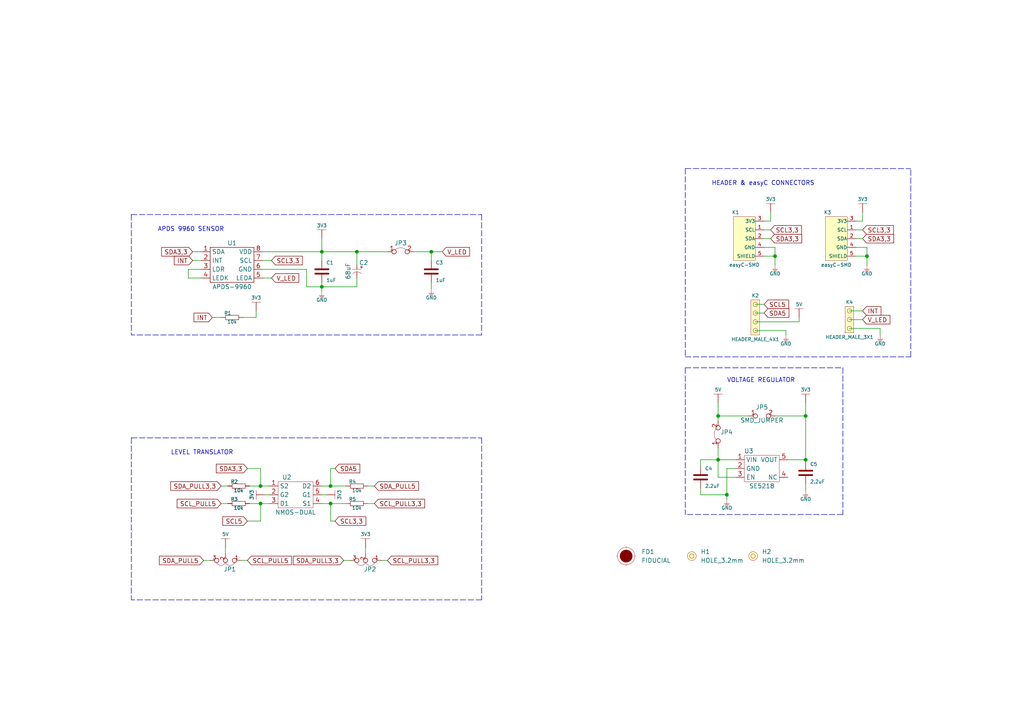
<source format=kicad_sch>
(kicad_sch (version 20210621) (generator eeschema)

  (uuid f8fbd212-f0f3-4788-9a07-5ae28bf59f92)

  (paper "A4")

  (lib_symbols
    (symbol "e-radionica.com schematics:0603C" (pin_numbers hide) (pin_names (offset 0.002)) (in_bom yes) (on_board yes)
      (property "Reference" "C" (id 0) (at -0.635 3.175 0)
        (effects (font (size 1 1)))
      )
      (property "Value" "0603C" (id 1) (at 0 -3.175 0)
        (effects (font (size 1 1)))
      )
      (property "Footprint" "e-radionica.com footprinti:0603C" (id 2) (at 0 0 0)
        (effects (font (size 1 1)) hide)
      )
      (property "Datasheet" "" (id 3) (at 0 0 0)
        (effects (font (size 1 1)) hide)
      )
      (symbol "0603C_0_1"
        (polyline
          (pts
            (xy -0.635 1.905)
            (xy -0.635 -1.905)
          )
          (stroke (width 0.5)) (fill (type none))
        )
        (polyline
          (pts
            (xy 0.635 1.905)
            (xy 0.635 -1.905)
          )
          (stroke (width 0.5)) (fill (type none))
        )
      )
      (symbol "0603C_1_1"
        (pin passive line (at -3.175 0 0) (length 2.54)
          (name "~" (effects (font (size 1.27 1.27))))
          (number "1" (effects (font (size 1.27 1.27))))
        )
        (pin passive line (at 3.175 0 180) (length 2.54)
          (name "~" (effects (font (size 1.27 1.27))))
          (number "2" (effects (font (size 1.27 1.27))))
        )
      )
    )
    (symbol "e-radionica.com schematics:0603R" (pin_numbers hide) (pin_names (offset 0.254)) (in_bom yes) (on_board yes)
      (property "Reference" "R" (id 0) (at -1.905 1.905 0)
        (effects (font (size 1 1)))
      )
      (property "Value" "0603R" (id 1) (at 0 -1.905 0)
        (effects (font (size 1 1)))
      )
      (property "Footprint" "e-radionica.com footprinti:0603R" (id 2) (at -0.635 1.905 0)
        (effects (font (size 1 1)) hide)
      )
      (property "Datasheet" "" (id 3) (at -0.635 1.905 0)
        (effects (font (size 1 1)) hide)
      )
      (symbol "0603R_0_1"
        (rectangle (start -1.905 -0.635) (end 1.905 -0.6604)
          (stroke (width 0.1)) (fill (type none))
        )
        (rectangle (start -1.905 0.635) (end -1.8796 -0.635)
          (stroke (width 0.1)) (fill (type none))
        )
        (rectangle (start -1.905 0.635) (end 1.905 0.6096)
          (stroke (width 0.1)) (fill (type none))
        )
        (rectangle (start 1.905 0.635) (end 1.9304 -0.635)
          (stroke (width 0.1)) (fill (type none))
        )
      )
      (symbol "0603R_1_1"
        (pin passive line (at -3.175 0 0) (length 1.27)
          (name "~" (effects (font (size 1.27 1.27))))
          (number "1" (effects (font (size 1.27 1.27))))
        )
        (pin passive line (at 3.175 0 180) (length 1.27)
          (name "~" (effects (font (size 1.27 1.27))))
          (number "2" (effects (font (size 1.27 1.27))))
        )
      )
    )
    (symbol "e-radionica.com schematics:1210C_TANTAL" (pin_numbers hide) (pin_names hide) (in_bom yes) (on_board yes)
      (property "Reference" "C" (id 0) (at -1.27 2.54 0)
        (effects (font (size 1.27 1.27)))
      )
      (property "Value" "1210C_TANTAL" (id 1) (at 0 -2.54 0)
        (effects (font (size 1.27 1.27)))
      )
      (property "Footprint" "e-radionica.com footprinti:1210C_tantal" (id 2) (at 0 -5.08 0)
        (effects (font (size 1.27 1.27)) hide)
      )
      (property "Datasheet" "" (id 3) (at 0 0 0)
        (effects (font (size 1.27 1.27)) hide)
      )
      (property "ki_keywords" "tantal B 3528 68uF 1210C" (id 4) (at 0 0 0)
        (effects (font (size 1.27 1.27)) hide)
      )
      (property "ki_description" "Tantal generic 1210 (B3528) footprint" (id 5) (at 0 0 0)
        (effects (font (size 1.27 1.27)) hide)
      )
      (symbol "1210C_TANTAL_0_0"
        (text "+" (at -1.905 1.27 0)
          (effects (font (size 1 1)))
        )
      )
      (symbol "1210C_TANTAL_0_1"
        (arc (start -0.0001 1.27) (end -0.0001 -1.27) (radius (at 1.27 0) (length 1.7961) (angles 135 -135))
          (stroke (width 0.0006)) (fill (type none))
        )
        (polyline
          (pts
            (xy -1.27 -1.27)
            (xy -1.27 1.27)
          )
          (stroke (width 0.0006)) (fill (type none))
        )
      )
      (symbol "1210C_TANTAL_1_1"
        (pin input line (at -2.54 0 0) (length 1.27)
          (name "+" (effects (font (size 1.27 1.27))))
          (number "1" (effects (font (size 1.27 1.27))))
        )
        (pin input line (at 1.27 0 180) (length 1.8)
          (name "-" (effects (font (size 1.27 1.27))))
          (number "2" (effects (font (size 1.27 1.27))))
        )
      )
    )
    (symbol "e-radionica.com schematics:3V3" (power) (pin_names (offset 0)) (in_bom yes) (on_board yes)
      (property "Reference" "#PWR" (id 0) (at 4.445 0 0)
        (effects (font (size 1 1)) hide)
      )
      (property "Value" "3V3" (id 1) (at 0 3.556 0)
        (effects (font (size 1 1)))
      )
      (property "Footprint" "" (id 2) (at 4.445 3.81 0)
        (effects (font (size 1 1)) hide)
      )
      (property "Datasheet" "" (id 3) (at 4.445 3.81 0)
        (effects (font (size 1 1)) hide)
      )
      (property "ki_keywords" "power-flag" (id 4) (at 0 0 0)
        (effects (font (size 1.27 1.27)) hide)
      )
      (property "ki_description" "Power symbol creates a global label with name \"+3V3\"" (id 5) (at 0 0 0)
        (effects (font (size 1.27 1.27)) hide)
      )
      (symbol "3V3_0_1"
        (polyline
          (pts
            (xy -1.27 2.54)
            (xy 1.27 2.54)
          )
          (stroke (width 0.0006)) (fill (type none))
        )
        (polyline
          (pts
            (xy 0 0)
            (xy 0 2.54)
          )
          (stroke (width 0)) (fill (type none))
        )
      )
      (symbol "3V3_1_1"
        (pin power_in line (at 0 0 90) (length 0) hide
          (name "3V3" (effects (font (size 1.27 1.27))))
          (number "1" (effects (font (size 1.27 1.27))))
        )
      )
    )
    (symbol "e-radionica.com schematics:5V" (power) (pin_names (offset 0)) (in_bom yes) (on_board yes)
      (property "Reference" "#PWR" (id 0) (at 4.445 0 0)
        (effects (font (size 1 1)) hide)
      )
      (property "Value" "5V" (id 1) (at 0 3.556 0)
        (effects (font (size 1 1)))
      )
      (property "Footprint" "" (id 2) (at 4.445 3.81 0)
        (effects (font (size 1 1)) hide)
      )
      (property "Datasheet" "" (id 3) (at 4.445 3.81 0)
        (effects (font (size 1 1)) hide)
      )
      (property "ki_keywords" "power-flag" (id 4) (at 0 0 0)
        (effects (font (size 1.27 1.27)) hide)
      )
      (property "ki_description" "Power symbol creates a global label with name \"+3V3\"" (id 5) (at 0 0 0)
        (effects (font (size 1.27 1.27)) hide)
      )
      (symbol "5V_0_1"
        (polyline
          (pts
            (xy -1.27 2.54)
            (xy 1.27 2.54)
          )
          (stroke (width 0.0006)) (fill (type none))
        )
        (polyline
          (pts
            (xy 0 0)
            (xy 0 2.54)
          )
          (stroke (width 0)) (fill (type none))
        )
      )
      (symbol "5V_1_1"
        (pin power_in line (at 0 0 90) (length 0) hide
          (name "5V" (effects (font (size 1.27 1.27))))
          (number "1" (effects (font (size 1.27 1.27))))
        )
      )
    )
    (symbol "e-radionica.com schematics:APDS-9960" (in_bom yes) (on_board yes)
      (property "Reference" "U" (id 0) (at 0 6.35 0)
        (effects (font (size 1.27 1.27)))
      )
      (property "Value" "APDS-9960" (id 1) (at 0 -6.35 0)
        (effects (font (size 1.27 1.27)))
      )
      (property "Footprint" "e-radionica.com footprinti:APDS-9960" (id 2) (at 0 -8.89 0)
        (effects (font (size 1.27 1.27)) hide)
      )
      (property "Datasheet" "" (id 3) (at 0 0 0)
        (effects (font (size 1.27 1.27)) hide)
      )
      (symbol "APDS-9960_0_1"
        (rectangle (start -6.35 5.08) (end 6.35 -5.08)
          (stroke (width 0.1524)) (fill (type none))
        )
      )
      (symbol "APDS-9960_1_1"
        (pin bidirectional line (at -8.89 3.81 0) (length 2.54)
          (name "SDA" (effects (font (size 1.27 1.27))))
          (number "1" (effects (font (size 1.27 1.27))))
        )
        (pin bidirectional line (at -8.89 1.27 0) (length 2.54)
          (name "INT" (effects (font (size 1.27 1.27))))
          (number "2" (effects (font (size 1.27 1.27))))
        )
        (pin bidirectional line (at -8.89 -1.27 0) (length 2.54)
          (name "LDR" (effects (font (size 1.27 1.27))))
          (number "3" (effects (font (size 1.27 1.27))))
        )
        (pin bidirectional line (at -8.89 -3.81 0) (length 2.54)
          (name "LEDK" (effects (font (size 1.27 1.27))))
          (number "4" (effects (font (size 1.27 1.27))))
        )
        (pin bidirectional line (at 8.89 -3.81 180) (length 2.54)
          (name "LEDA" (effects (font (size 1.27 1.27))))
          (number "5" (effects (font (size 1.27 1.27))))
        )
        (pin power_in line (at 8.89 -1.27 180) (length 2.54)
          (name "GND" (effects (font (size 1.27 1.27))))
          (number "6" (effects (font (size 1.27 1.27))))
        )
        (pin bidirectional line (at 8.89 1.27 180) (length 2.54)
          (name "SCL" (effects (font (size 1.27 1.27))))
          (number "7" (effects (font (size 1.27 1.27))))
        )
        (pin power_in line (at 8.89 3.81 180) (length 2.54)
          (name "VDD" (effects (font (size 1.27 1.27))))
          (number "8" (effects (font (size 1.27 1.27))))
        )
      )
    )
    (symbol "e-radionica.com schematics:FIDUCIAL" (in_bom no) (on_board yes)
      (property "Reference" "FD" (id 0) (at 0 3.81 0)
        (effects (font (size 1.27 1.27)))
      )
      (property "Value" "FIDUCIAL" (id 1) (at 0 -3.81 0)
        (effects (font (size 1.27 1.27)))
      )
      (property "Footprint" "e-radionica.com footprinti:FIDUCIAL_23" (id 2) (at 0.254 -5.334 0)
        (effects (font (size 1.27 1.27)) hide)
      )
      (property "Datasheet" "" (id 3) (at 0 0 0)
        (effects (font (size 1.27 1.27)) hide)
      )
      (symbol "FIDUCIAL_0_1"
        (circle (center 0 0) (radius 2.54) (stroke (width 0.0006)) (fill (type none)))
        (circle (center 0 0) (radius 1.7961) (stroke (width 0.001)) (fill (type outline)))
        (polyline
          (pts
            (xy -2.54 0)
            (xy -2.794 0)
          )
          (stroke (width 0.0006)) (fill (type none))
        )
        (polyline
          (pts
            (xy 0 -2.54)
            (xy 0 -2.794)
          )
          (stroke (width 0.0006)) (fill (type none))
        )
        (polyline
          (pts
            (xy 0 2.54)
            (xy 0 2.794)
          )
          (stroke (width 0.0006)) (fill (type none))
        )
        (polyline
          (pts
            (xy 2.54 0)
            (xy 2.794 0)
          )
          (stroke (width 0.0006)) (fill (type none))
        )
      )
    )
    (symbol "e-radionica.com schematics:GND" (power) (pin_names (offset 0)) (in_bom yes) (on_board yes)
      (property "Reference" "#PWR" (id 0) (at 4.445 0 0)
        (effects (font (size 1 1)) hide)
      )
      (property "Value" "GND" (id 1) (at 0 -2.921 0)
        (effects (font (size 1 1)))
      )
      (property "Footprint" "" (id 2) (at 4.445 3.81 0)
        (effects (font (size 1 1)) hide)
      )
      (property "Datasheet" "" (id 3) (at 4.445 3.81 0)
        (effects (font (size 1 1)) hide)
      )
      (property "ki_keywords" "power-flag" (id 4) (at 0 0 0)
        (effects (font (size 1.27 1.27)) hide)
      )
      (property "ki_description" "Power symbol creates a global label with name \"+3V3\"" (id 5) (at 0 0 0)
        (effects (font (size 1.27 1.27)) hide)
      )
      (symbol "GND_0_1"
        (polyline
          (pts
            (xy -0.762 -1.27)
            (xy 0.762 -1.27)
          )
          (stroke (width 0.0006)) (fill (type none))
        )
        (polyline
          (pts
            (xy -0.635 -1.524)
            (xy 0.635 -1.524)
          )
          (stroke (width 0.0006)) (fill (type none))
        )
        (polyline
          (pts
            (xy -0.381 -1.778)
            (xy 0.381 -1.778)
          )
          (stroke (width 0.0006)) (fill (type none))
        )
        (polyline
          (pts
            (xy -0.127 -2.032)
            (xy 0.127 -2.032)
          )
          (stroke (width 0.0006)) (fill (type none))
        )
        (polyline
          (pts
            (xy 0 0)
            (xy 0 -1.27)
          )
          (stroke (width 0.0006)) (fill (type none))
        )
      )
      (symbol "GND_1_1"
        (pin power_in line (at 0 0 270) (length 0) hide
          (name "GND" (effects (font (size 1.27 1.27))))
          (number "1" (effects (font (size 1.27 1.27))))
        )
      )
    )
    (symbol "e-radionica.com schematics:HEADER_MALE_3X1" (pin_numbers hide) (pin_names hide) (in_bom yes) (on_board yes)
      (property "Reference" "K" (id 0) (at -0.635 5.08 0)
        (effects (font (size 1 1)))
      )
      (property "Value" "HEADER_MALE_3X1" (id 1) (at 0 -5.08 0)
        (effects (font (size 1 1)))
      )
      (property "Footprint" "e-radionica.com footprinti:HEADER_MALE_3X1" (id 2) (at 0 -7.62 0)
        (effects (font (size 1 1)) hide)
      )
      (property "Datasheet" "" (id 3) (at 0 -2.54 0)
        (effects (font (size 1 1)) hide)
      )
      (symbol "HEADER_MALE_3X1_0_1"
        (circle (center 0 -2.54) (radius 0.635) (stroke (width 0.0006)) (fill (type none)))
        (circle (center 0 0) (radius 0.635) (stroke (width 0.0006)) (fill (type none)))
        (circle (center 0 2.54) (radius 0.635) (stroke (width 0.0006)) (fill (type none)))
        (rectangle (start 1.27 -3.81) (end -1.27 3.81)
          (stroke (width 0.001)) (fill (type background))
        )
      )
      (symbol "HEADER_MALE_3X1_1_1"
        (pin passive line (at 0 -2.54 180) (length 0)
          (name "~" (effects (font (size 1 1))))
          (number "1" (effects (font (size 1 1))))
        )
        (pin passive line (at 0 0 180) (length 0)
          (name "~" (effects (font (size 1 1))))
          (number "2" (effects (font (size 1 1))))
        )
        (pin passive line (at 0 2.54 180) (length 0)
          (name "~" (effects (font (size 1 1))))
          (number "3" (effects (font (size 1 1))))
        )
      )
    )
    (symbol "e-radionica.com schematics:HEADER_MALE_4X1" (pin_numbers hide) (pin_names hide) (in_bom yes) (on_board yes)
      (property "Reference" "K" (id 0) (at -0.635 7.62 0)
        (effects (font (size 1 1)))
      )
      (property "Value" "HEADER_MALE_4X1" (id 1) (at 0 -5.08 0)
        (effects (font (size 1 1)))
      )
      (property "Footprint" "e-radionica.com footprinti:HEADER_MALE_4X1" (id 2) (at 0 -2.54 0)
        (effects (font (size 1 1)) hide)
      )
      (property "Datasheet" "" (id 3) (at 0 -2.54 0)
        (effects (font (size 1 1)) hide)
      )
      (symbol "HEADER_MALE_4X1_0_1"
        (circle (center 0 -2.54) (radius 0.635) (stroke (width 0.0006)) (fill (type none)))
        (circle (center 0 0) (radius 0.635) (stroke (width 0.0006)) (fill (type none)))
        (circle (center 0 2.54) (radius 0.635) (stroke (width 0.0006)) (fill (type none)))
        (circle (center 0 5.08) (radius 0.635) (stroke (width 0.0006)) (fill (type none)))
        (rectangle (start 1.27 -3.81) (end -1.27 6.35)
          (stroke (width 0.001)) (fill (type background))
        )
      )
      (symbol "HEADER_MALE_4X1_1_1"
        (pin passive line (at 0 -2.54 180) (length 0)
          (name "~" (effects (font (size 1 1))))
          (number "1" (effects (font (size 1 1))))
        )
        (pin passive line (at 0 0 180) (length 0)
          (name "~" (effects (font (size 1 1))))
          (number "2" (effects (font (size 1 1))))
        )
        (pin passive line (at 0 2.54 180) (length 0)
          (name "~" (effects (font (size 1 1))))
          (number "3" (effects (font (size 1 1))))
        )
        (pin passive line (at 0 5.08 180) (length 0)
          (name "~" (effects (font (size 1 1))))
          (number "4" (effects (font (size 1 1))))
        )
      )
    )
    (symbol "e-radionica.com schematics:HOLE_3.2mm" (pin_numbers hide) (pin_names hide) (in_bom yes) (on_board yes)
      (property "Reference" "H" (id 0) (at 0 2.54 0)
        (effects (font (size 1.27 1.27)))
      )
      (property "Value" "HOLE_3.2mm" (id 1) (at 0 -2.54 0)
        (effects (font (size 1.27 1.27)))
      )
      (property "Footprint" "e-radionica.com footprinti:HOLE_3.2mm" (id 2) (at 0 0 0)
        (effects (font (size 1.27 1.27)) hide)
      )
      (property "Datasheet" "" (id 3) (at 0 0 0)
        (effects (font (size 1.27 1.27)) hide)
      )
      (symbol "HOLE_3.2mm_0_1"
        (circle (center 0 0) (radius 0.635) (stroke (width 0.0006)) (fill (type none)))
        (circle (center 0 0) (radius 1.27) (stroke (width 0.001)) (fill (type background)))
      )
    )
    (symbol "e-radionica.com schematics:NMOS-DUAL" (in_bom yes) (on_board yes)
      (property "Reference" "U" (id 0) (at -3.81 5.08 0)
        (effects (font (size 1.27 1.27)))
      )
      (property "Value" "NMOS-DUAL" (id 1) (at 0 -5.08 0)
        (effects (font (size 1.27 1.27)))
      )
      (property "Footprint" "e-radionica.com footprinti:SOT-363" (id 2) (at 0 -7.62 0)
        (effects (font (size 1.27 1.27)) hide)
      )
      (property "Datasheet" "" (id 3) (at 0 -2.54 0)
        (effects (font (size 1.27 1.27)) hide)
      )
      (symbol "NMOS-DUAL_0_1"
        (rectangle (start -5.08 3.81) (end 5.08 -3.81)
          (stroke (width 0.0006)) (fill (type none))
        )
      )
      (symbol "NMOS-DUAL_1_1"
        (pin input line (at -7.62 2.54 0) (length 2.54)
          (name "S2" (effects (font (size 1.27 1.27))))
          (number "1" (effects (font (size 1.27 1.27))))
        )
        (pin input line (at -7.62 0 0) (length 2.54)
          (name "G2" (effects (font (size 1.27 1.27))))
          (number "2" (effects (font (size 1.27 1.27))))
        )
        (pin input line (at -7.62 -2.54 0) (length 2.54)
          (name "D1" (effects (font (size 1.27 1.27))))
          (number "3" (effects (font (size 1.27 1.27))))
        )
        (pin input line (at 7.62 -2.54 180) (length 2.54)
          (name "S1" (effects (font (size 1.27 1.27))))
          (number "4" (effects (font (size 1.27 1.27))))
        )
        (pin input line (at 7.62 0 180) (length 2.54)
          (name "G1" (effects (font (size 1.27 1.27))))
          (number "5" (effects (font (size 1.27 1.27))))
        )
        (pin input line (at 7.62 2.54 180) (length 2.54)
          (name "D2" (effects (font (size 1.27 1.27))))
          (number "6" (effects (font (size 1.27 1.27))))
        )
      )
    )
    (symbol "e-radionica.com schematics:SE5218" (in_bom yes) (on_board yes)
      (property "Reference" "U" (id 0) (at -3.81 5.08 0)
        (effects (font (size 1.27 1.27)))
      )
      (property "Value" "SE5218" (id 1) (at 0 -5.08 0)
        (effects (font (size 1.27 1.27)))
      )
      (property "Footprint" "e-radionica.com footprinti:SOT-23-5" (id 2) (at 0 0 0)
        (effects (font (size 1.27 1.27)) hide)
      )
      (property "Datasheet" "" (id 3) (at 0 0 0)
        (effects (font (size 1.27 1.27)) hide)
      )
      (symbol "SE5218_0_1"
        (rectangle (start -5.08 3.81) (end 5.08 -3.81)
          (stroke (width 0.0006)) (fill (type none))
        )
      )
      (symbol "SE5218_1_1"
        (pin power_in line (at -7.62 2.54 0) (length 2.54)
          (name "VIN" (effects (font (size 1.27 1.27))))
          (number "1" (effects (font (size 1.27 1.27))))
        )
        (pin power_in line (at -7.62 0 0) (length 2.54)
          (name "GND" (effects (font (size 1.27 1.27))))
          (number "2" (effects (font (size 1.27 1.27))))
        )
        (pin input line (at -7.62 -2.54 0) (length 2.54)
          (name "EN" (effects (font (size 1.27 1.27))))
          (number "3" (effects (font (size 1.27 1.27))))
        )
        (pin passive line (at 7.62 -2.54 180) (length 2.54)
          (name "NC" (effects (font (size 1.27 1.27))))
          (number "4" (effects (font (size 1.27 1.27))))
        )
        (pin power_out line (at 7.62 2.54 180) (length 2.54)
          (name "VOUT" (effects (font (size 1.27 1.27))))
          (number "5" (effects (font (size 1.27 1.27))))
        )
      )
    )
    (symbol "e-radionica.com schematics:SMD-JUMPER-CONNECTED_TRACE_SLODERMASK" (in_bom yes) (on_board yes)
      (property "Reference" "JP" (id 0) (at 0 3.556 0)
        (effects (font (size 1.27 1.27)))
      )
      (property "Value" "SMD-JUMPER-CONNECTED_TRACE_SLODERMASK" (id 1) (at 0 -2.54 0)
        (effects (font (size 1.27 1.27)))
      )
      (property "Footprint" "e-radionica.com footprinti:SMD-JUMPER-CONNECTED_TRACE_SLODERMASK" (id 2) (at 0 -5.715 0)
        (effects (font (size 1.27 1.27)) hide)
      )
      (property "Datasheet" "" (id 3) (at 0 0 0)
        (effects (font (size 1.27 1.27)) hide)
      )
      (symbol "SMD-JUMPER-CONNECTED_TRACE_SLODERMASK_0_1"
        (arc (start -1.8034 0.5588) (end 1.397 0.5842) (radius (at -0.1875 -1.4124) (length 2.5489) (angles 129.3 51.6))
          (stroke (width 0.0006)) (fill (type none))
        )
      )
      (symbol "SMD-JUMPER-CONNECTED_TRACE_SLODERMASK_1_1"
        (pin passive inverted (at -4.064 0 0) (length 2.54)
          (name "" (effects (font (size 1.27 1.27))))
          (number "1" (effects (font (size 1.27 1.27))))
        )
        (pin passive inverted (at 3.556 0 180) (length 2.54)
          (name "" (effects (font (size 1.27 1.27))))
          (number "2" (effects (font (size 1.27 1.27))))
        )
      )
    )
    (symbol "e-radionica.com schematics:SMD-JUMPER-CONNECTED_TRACE_SLODERMASK_1" (in_bom yes) (on_board yes)
      (property "Reference" "JP" (id 0) (at 0 3.556 0)
        (effects (font (size 1.27 1.27)))
      )
      (property "Value" "SMD-JUMPER-CONNECTED_TRACE_SLODERMASK" (id 1) (at 0 -2.54 0)
        (effects (font (size 1.27 1.27)))
      )
      (property "Footprint" "e-radionica.com footprinti:SMD-JUMPER-CONNECTED_TRACE_SLODERMASK" (id 2) (at 0 -5.715 0)
        (effects (font (size 1.27 1.27)) hide)
      )
      (property "Datasheet" "" (id 3) (at 0 0 0)
        (effects (font (size 1.27 1.27)) hide)
      )
      (symbol "SMD-JUMPER-CONNECTED_TRACE_SLODERMASK_1_0_1"
        (arc (start -1.6159 0.5742) (end 1.5845 0.5996) (radius (at 0 -1.397) (length 2.5489) (angles 129.3 51.6))
          (stroke (width 0.0006)) (fill (type none))
        )
      )
      (symbol "SMD-JUMPER-CONNECTED_TRACE_SLODERMASK_1_1_1"
        (pin passive inverted (at -3.81 0 0) (length 2.54)
          (name "" (effects (font (size 1.27 1.27))))
          (number "1" (effects (font (size 1.27 1.27))))
        )
        (pin passive inverted (at 3.81 0 180) (length 2.54)
          (name "" (effects (font (size 1.27 1.27))))
          (number "2" (effects (font (size 1.27 1.27))))
        )
      )
    )
    (symbol "e-radionica.com schematics:SMD_JUMPER" (in_bom yes) (on_board yes)
      (property "Reference" "JP" (id 0) (at 0 1.397 0)
        (effects (font (size 1.27 1.27)))
      )
      (property "Value" "SMD_JUMPER" (id 1) (at 0.508 -3.048 0)
        (effects (font (size 1.27 1.27)))
      )
      (property "Footprint" "e-radionica.com footprinti:SMD_JUMPER" (id 2) (at 0 0 0)
        (effects (font (size 1.27 1.27)) hide)
      )
      (property "Datasheet" "" (id 3) (at 0 0 0)
        (effects (font (size 1.27 1.27)) hide)
      )
      (symbol "SMD_JUMPER_1_1"
        (pin passive inverted (at -3.81 0 0) (length 2.54)
          (name "" (effects (font (size 1.27 1.27))))
          (number "1" (effects (font (size 1.27 1.27))))
        )
        (pin passive inverted (at 3.81 0 180) (length 2.54)
          (name "" (effects (font (size 1.27 1.27))))
          (number "2" (effects (font (size 1.27 1.27))))
        )
      )
    )
    (symbol "e-radionica.com schematics:SMD_JUMPER_3_PAD_TRACE" (in_bom yes) (on_board yes)
      (property "Reference" "JP" (id 0) (at 0.0254 5.461 0)
        (effects (font (size 1.27 1.27)))
      )
      (property "Value" "SMD_JUMPER_3_PAD_TRACE" (id 1) (at 0.3048 -4.572 0)
        (effects (font (size 1.27 1.27)))
      )
      (property "Footprint" "e-radionica.com footprinti:SMD_JUMPER_3_PAD_TRACE" (id 2) (at 0 -1.27 0)
        (effects (font (size 1.27 1.27)) hide)
      )
      (property "Datasheet" "" (id 3) (at 0 0 0)
        (effects (font (size 1.27 1.27)) hide)
      )
      (symbol "SMD_JUMPER_3_PAD_TRACE_0_1"
        (arc (start -2.6162 0.6096) (end 0 0.5842) (radius (at -1.3133 0.057) (length 1.4152) (angles 157 21.9))
          (stroke (width 0.0006)) (fill (type none))
        )
        (arc (start 0 0.6096) (end 2.5908 0.6604) (radius (at 1.308 -0.0085) (length 1.4467) (angles 154.7 27.5))
          (stroke (width 0.0006)) (fill (type none))
        )
      )
      (symbol "SMD_JUMPER_3_PAD_TRACE_1_1"
        (pin passive inverted (at -4.5212 -0.0254 0) (length 2.54)
          (name "" (effects (font (size 1 1))))
          (number "1" (effects (font (size 1 1))))
        )
        (pin passive inverted (at 0.0254 -1.9304 90) (length 2.54)
          (name "" (effects (font (size 1 1))))
          (number "2" (effects (font (size 1 1))))
        )
        (pin passive inverted (at 4.4704 0 180) (length 2.54)
          (name "" (effects (font (size 1 1))))
          (number "3" (effects (font (size 1 1))))
        )
      )
    )
    (symbol "e-radionica.com schematics:easyC-SMD" (pin_names (offset 0.002)) (in_bom yes) (on_board yes)
      (property "Reference" "K" (id 0) (at -2.54 10.16 0)
        (effects (font (size 1 1)))
      )
      (property "Value" "easyC-SMD" (id 1) (at 0 -5.08 0)
        (effects (font (size 1 1)))
      )
      (property "Footprint" "e-radionica.com footprinti:easyC-connector" (id 2) (at 3.175 2.54 0)
        (effects (font (size 1 1)) hide)
      )
      (property "Datasheet" "" (id 3) (at 3.175 2.54 0)
        (effects (font (size 1 1)) hide)
      )
      (symbol "easyC-SMD_0_1"
        (rectangle (start -3.175 8.89) (end 3.175 -3.81)
          (stroke (width 0.001)) (fill (type background))
        )
      )
      (symbol "easyC-SMD_1_1"
        (pin passive line (at 5.715 5.08 180) (length 2.54)
          (name "SCL" (effects (font (size 1 1))))
          (number "1" (effects (font (size 1 1))))
        )
        (pin passive line (at 5.715 2.54 180) (length 2.54)
          (name "SDA" (effects (font (size 1 1))))
          (number "2" (effects (font (size 1 1))))
        )
        (pin passive line (at 5.715 7.62 180) (length 2.54)
          (name "3V3" (effects (font (size 1 1))))
          (number "3" (effects (font (size 1 1))))
        )
        (pin passive line (at 5.715 0 180) (length 2.54)
          (name "GND" (effects (font (size 1 1))))
          (number "4" (effects (font (size 1 1))))
        )
        (pin passive line (at 5.715 -2.54 180) (length 2.54)
          (name "SHIELD" (effects (font (size 1 1))))
          (number "5" (effects (font (size 1 1))))
        )
      )
    )
  )

  (junction (at 75.565 140.97) (diameter 0.9144) (color 0 0 0 0))
  (junction (at 75.565 146.05) (diameter 0.9144) (color 0 0 0 0))
  (junction (at 93.345 73.025) (diameter 0.9144) (color 0 0 0 0))
  (junction (at 93.345 83.185) (diameter 0.9144) (color 0 0 0 0))
  (junction (at 95.885 140.97) (diameter 0.9144) (color 0 0 0 0))
  (junction (at 95.885 146.05) (diameter 0.9144) (color 0 0 0 0))
  (junction (at 103.505 73.025) (diameter 0.9144) (color 0 0 0 0))
  (junction (at 125.095 73.025) (diameter 0.9144) (color 0 0 0 0))
  (junction (at 208.28 120.65) (diameter 0.9144) (color 0 0 0 0))
  (junction (at 208.28 133.35) (diameter 0.9144) (color 0 0 0 0))
  (junction (at 210.82 143.51) (diameter 0.9144) (color 0 0 0 0))
  (junction (at 224.79 74.295) (diameter 0.9144) (color 0 0 0 0))
  (junction (at 233.68 120.65) (diameter 0.9144) (color 0 0 0 0))
  (junction (at 233.68 133.35) (diameter 0.9144) (color 0 0 0 0))
  (junction (at 251.46 74.295) (diameter 0.9144) (color 0 0 0 0))

  (wire (pts (xy 54.61 78.105) (xy 58.42 78.105))
    (stroke (width 0) (type solid) (color 0 0 0 0))
    (uuid 0b356f4b-a751-4859-adac-d8f3c066512b)
  )
  (wire (pts (xy 54.61 80.645) (xy 54.61 78.105))
    (stroke (width 0) (type solid) (color 0 0 0 0))
    (uuid 0b356f4b-a751-4859-adac-d8f3c066512b)
  )
  (wire (pts (xy 55.88 73.025) (xy 58.42 73.025))
    (stroke (width 0) (type solid) (color 0 0 0 0))
    (uuid a8e6869b-e907-46e5-ba1d-c24c71a4cdf6)
  )
  (wire (pts (xy 55.88 75.565) (xy 58.42 75.565))
    (stroke (width 0) (type solid) (color 0 0 0 0))
    (uuid a3778f0f-4be4-42ca-8a58-432bab2fb79a)
  )
  (wire (pts (xy 58.42 80.645) (xy 54.61 80.645))
    (stroke (width 0) (type solid) (color 0 0 0 0))
    (uuid 0b356f4b-a751-4859-adac-d8f3c066512b)
  )
  (wire (pts (xy 59.055 162.56) (xy 60.9346 162.56))
    (stroke (width 0) (type solid) (color 0 0 0 0))
    (uuid 5639f748-2532-427c-8fec-25e935f42e09)
  )
  (wire (pts (xy 61.595 92.075) (xy 64.135 92.075))
    (stroke (width 0) (type solid) (color 0 0 0 0))
    (uuid 43214d77-6cc0-44e4-83bf-9bf1bf811466)
  )
  (wire (pts (xy 64.135 140.97) (xy 66.04 140.97))
    (stroke (width 0) (type solid) (color 0 0 0 0))
    (uuid a05818b4-2cf1-48d0-ba31-942adc8441a4)
  )
  (wire (pts (xy 64.135 146.05) (xy 66.04 146.05))
    (stroke (width 0) (type solid) (color 0 0 0 0))
    (uuid 7c88445f-ec99-4461-8aa4-71109e324153)
  )
  (wire (pts (xy 65.3796 158.75) (xy 65.405 158.75))
    (stroke (width 0) (type solid) (color 0 0 0 0))
    (uuid 311afe33-7172-4028-81df-a72e5c6d3d05)
  )
  (wire (pts (xy 65.3796 160.6296) (xy 65.3796 158.75))
    (stroke (width 0) (type solid) (color 0 0 0 0))
    (uuid 3d908d02-5343-4d1c-a040-bafe350a17b1)
  )
  (wire (pts (xy 69.9262 162.5346) (xy 71.755 162.5346))
    (stroke (width 0) (type solid) (color 0 0 0 0))
    (uuid 97f77ec7-983e-4f90-99ec-81f4064e5e86)
  )
  (wire (pts (xy 70.485 92.075) (xy 74.295 92.075))
    (stroke (width 0) (type solid) (color 0 0 0 0))
    (uuid a40411f8-7901-48c5-8419-87f199f98f1a)
  )
  (wire (pts (xy 71.755 135.89) (xy 75.565 135.89))
    (stroke (width 0) (type solid) (color 0 0 0 0))
    (uuid b458c6b8-26df-4930-96e4-752ff8a58441)
  )
  (wire (pts (xy 71.755 151.13) (xy 75.565 151.13))
    (stroke (width 0) (type solid) (color 0 0 0 0))
    (uuid d6515563-de58-4f53-b1f0-6441631a13f4)
  )
  (wire (pts (xy 71.755 162.5346) (xy 71.755 162.56))
    (stroke (width 0) (type solid) (color 0 0 0 0))
    (uuid 97e824cd-e6f3-41d8-b883-a6f4d34f4c29)
  )
  (wire (pts (xy 72.39 140.97) (xy 75.565 140.97))
    (stroke (width 0) (type solid) (color 0 0 0 0))
    (uuid 150356fd-711f-4521-b854-f11c8479c31e)
  )
  (wire (pts (xy 72.39 146.05) (xy 75.565 146.05))
    (stroke (width 0) (type solid) (color 0 0 0 0))
    (uuid c34a3f08-a6ce-4fd6-ad53-9368e7c65e89)
  )
  (wire (pts (xy 74.295 92.075) (xy 74.295 90.17))
    (stroke (width 0) (type solid) (color 0 0 0 0))
    (uuid a40411f8-7901-48c5-8419-87f199f98f1a)
  )
  (wire (pts (xy 75.565 135.89) (xy 75.565 140.97))
    (stroke (width 0) (type solid) (color 0 0 0 0))
    (uuid a9790a58-db9e-49e5-8fca-111936b2b700)
  )
  (wire (pts (xy 75.565 140.97) (xy 78.105 140.97))
    (stroke (width 0) (type solid) (color 0 0 0 0))
    (uuid df0af361-ff0b-4d4a-856c-efe89ca5fbec)
  )
  (wire (pts (xy 75.565 146.05) (xy 78.105 146.05))
    (stroke (width 0) (type solid) (color 0 0 0 0))
    (uuid 60059669-7249-403e-bd2b-6c2b5ccc3647)
  )
  (wire (pts (xy 75.565 151.13) (xy 75.565 146.05))
    (stroke (width 0) (type solid) (color 0 0 0 0))
    (uuid c1c3a7b2-3076-43e1-8f3e-46da1887b0dd)
  )
  (wire (pts (xy 76.2 73.025) (xy 93.345 73.025))
    (stroke (width 0) (type solid) (color 0 0 0 0))
    (uuid 67bca9f9-cd9b-435d-8aed-ba864a99273c)
  )
  (wire (pts (xy 76.2 75.565) (xy 78.74 75.565))
    (stroke (width 0) (type solid) (color 0 0 0 0))
    (uuid f12f76ed-f7c0-4da2-8da0-be7a634ec66e)
  )
  (wire (pts (xy 76.2 78.105) (xy 88.9 78.105))
    (stroke (width 0) (type solid) (color 0 0 0 0))
    (uuid 2894accb-e755-4955-bf06-5b26e2e34daf)
  )
  (wire (pts (xy 76.2 80.645) (xy 78.74 80.645))
    (stroke (width 0) (type solid) (color 0 0 0 0))
    (uuid c57a3de6-ee8d-45e5-b73c-6bb805905558)
  )
  (wire (pts (xy 76.835 143.51) (xy 78.105 143.51))
    (stroke (width 0) (type solid) (color 0 0 0 0))
    (uuid 63169334-d469-4cc0-b167-69a65f9c1d80)
  )
  (wire (pts (xy 88.9 78.105) (xy 88.9 83.185))
    (stroke (width 0) (type solid) (color 0 0 0 0))
    (uuid 2894accb-e755-4955-bf06-5b26e2e34daf)
  )
  (wire (pts (xy 88.9 83.185) (xy 93.345 83.185))
    (stroke (width 0) (type solid) (color 0 0 0 0))
    (uuid 2894accb-e755-4955-bf06-5b26e2e34daf)
  )
  (wire (pts (xy 93.345 73.025) (xy 93.345 69.215))
    (stroke (width 0) (type solid) (color 0 0 0 0))
    (uuid ee9d1bb6-1a2d-4c02-b32d-09130e769f46)
  )
  (wire (pts (xy 93.345 73.025) (xy 93.345 75.565))
    (stroke (width 0) (type solid) (color 0 0 0 0))
    (uuid 8156e157-3da4-406b-9954-d69b9604dca4)
  )
  (wire (pts (xy 93.345 73.025) (xy 103.505 73.025))
    (stroke (width 0) (type solid) (color 0 0 0 0))
    (uuid bbf608f9-c7b1-43c4-977f-332017c95881)
  )
  (wire (pts (xy 93.345 81.915) (xy 93.345 83.185))
    (stroke (width 0) (type solid) (color 0 0 0 0))
    (uuid 3078bdc1-483e-48c0-8758-1267b4efbad7)
  )
  (wire (pts (xy 93.345 83.185) (xy 93.345 84.455))
    (stroke (width 0) (type solid) (color 0 0 0 0))
    (uuid 3078bdc1-483e-48c0-8758-1267b4efbad7)
  )
  (wire (pts (xy 93.345 83.185) (xy 103.505 83.185))
    (stroke (width 0) (type solid) (color 0 0 0 0))
    (uuid a63157b0-caf3-4246-a153-ade2406c5fa3)
  )
  (wire (pts (xy 93.345 140.97) (xy 95.885 140.97))
    (stroke (width 0) (type solid) (color 0 0 0 0))
    (uuid 084a7a9e-0273-49f2-a4cd-683b0d4e7504)
  )
  (wire (pts (xy 93.345 143.51) (xy 94.615 143.51))
    (stroke (width 0) (type solid) (color 0 0 0 0))
    (uuid c1638428-2217-482d-9a5b-01d6d648f409)
  )
  (wire (pts (xy 93.345 146.05) (xy 95.885 146.05))
    (stroke (width 0) (type solid) (color 0 0 0 0))
    (uuid 133a7cc7-2964-4ec6-967f-46d2f01a87ed)
  )
  (wire (pts (xy 95.885 135.89) (xy 95.885 140.97))
    (stroke (width 0) (type solid) (color 0 0 0 0))
    (uuid 9014adc3-74ef-4a56-b176-871d233ca2b6)
  )
  (wire (pts (xy 95.885 140.97) (xy 100.33 140.97))
    (stroke (width 0) (type solid) (color 0 0 0 0))
    (uuid cb3791d8-4267-48bb-adce-6081716c9af1)
  )
  (wire (pts (xy 95.885 146.05) (xy 100.33 146.05))
    (stroke (width 0) (type solid) (color 0 0 0 0))
    (uuid 6e3b3342-68a3-4b09-b114-21772c9b6dd2)
  )
  (wire (pts (xy 95.885 151.13) (xy 95.885 146.05))
    (stroke (width 0) (type solid) (color 0 0 0 0))
    (uuid 920d6220-0de3-4608-a5a3-6355a18e8b1d)
  )
  (wire (pts (xy 97.155 135.89) (xy 95.885 135.89))
    (stroke (width 0) (type solid) (color 0 0 0 0))
    (uuid eb532ae3-d675-4e07-924d-7cc2fcb17745)
  )
  (wire (pts (xy 97.155 151.13) (xy 95.885 151.13))
    (stroke (width 0) (type solid) (color 0 0 0 0))
    (uuid febfdb82-85a4-4939-8ee2-d85501d116e0)
  )
  (wire (pts (xy 99.695 162.56) (xy 101.5746 162.56))
    (stroke (width 0) (type solid) (color 0 0 0 0))
    (uuid 234c206f-bcbf-40f5-86d0-0121c1983937)
  )
  (wire (pts (xy 103.505 73.025) (xy 103.505 76.835))
    (stroke (width 0) (type solid) (color 0 0 0 0))
    (uuid d9093a2c-2b77-4d5f-b2db-c30e2fef2d15)
  )
  (wire (pts (xy 103.505 73.025) (xy 112.395 73.025))
    (stroke (width 0) (type solid) (color 0 0 0 0))
    (uuid bbf608f9-c7b1-43c4-977f-332017c95881)
  )
  (wire (pts (xy 103.505 83.185) (xy 103.505 80.645))
    (stroke (width 0) (type solid) (color 0 0 0 0))
    (uuid d64cc672-f988-4bb6-8512-35fe9567f4af)
  )
  (wire (pts (xy 106.0196 158.75) (xy 106.045 158.75))
    (stroke (width 0) (type solid) (color 0 0 0 0))
    (uuid d05666c4-a2fb-4c26-9123-ce66ce6fc9c5)
  )
  (wire (pts (xy 106.0196 160.6296) (xy 106.0196 158.75))
    (stroke (width 0) (type solid) (color 0 0 0 0))
    (uuid fffc68f4-1089-4fc1-a1ef-6b19f162cea6)
  )
  (wire (pts (xy 106.68 140.97) (xy 108.585 140.97))
    (stroke (width 0) (type solid) (color 0 0 0 0))
    (uuid 41344f86-48c0-4eb9-8da2-432685f371d0)
  )
  (wire (pts (xy 106.68 146.05) (xy 108.585 146.05))
    (stroke (width 0) (type solid) (color 0 0 0 0))
    (uuid 5666d4c4-accc-4903-aff5-14f42b121ec1)
  )
  (wire (pts (xy 110.5662 162.5346) (xy 110.5662 162.56))
    (stroke (width 0) (type solid) (color 0 0 0 0))
    (uuid 3c5f215c-a11a-44dc-9fbb-79253eaf29fb)
  )
  (wire (pts (xy 110.5662 162.56) (xy 112.395 162.56))
    (stroke (width 0) (type solid) (color 0 0 0 0))
    (uuid e60ed236-b8af-41ba-a9a1-a20be4eff179)
  )
  (wire (pts (xy 120.015 73.025) (xy 125.095 73.025))
    (stroke (width 0) (type solid) (color 0 0 0 0))
    (uuid ff02dcaa-27b6-4d85-8525-c276b9847464)
  )
  (wire (pts (xy 125.095 73.025) (xy 125.095 75.565))
    (stroke (width 0) (type solid) (color 0 0 0 0))
    (uuid ff02dcaa-27b6-4d85-8525-c276b9847464)
  )
  (wire (pts (xy 125.095 73.025) (xy 128.27 73.025))
    (stroke (width 0) (type solid) (color 0 0 0 0))
    (uuid 5b621ac4-eea7-4a4f-a047-e69fb78c47fe)
  )
  (wire (pts (xy 125.095 81.915) (xy 125.095 83.82))
    (stroke (width 0) (type solid) (color 0 0 0 0))
    (uuid 10bae65c-c0de-45d5-b09b-6d9e48d5357b)
  )
  (wire (pts (xy 203.2 133.35) (xy 208.28 133.35))
    (stroke (width 0) (type solid) (color 0 0 0 0))
    (uuid 5f0c6caa-b264-420b-af83-e3c88048d3ae)
  )
  (wire (pts (xy 203.2 135.255) (xy 203.2 133.35))
    (stroke (width 0) (type solid) (color 0 0 0 0))
    (uuid dbaa4cad-8e52-40d3-88ff-6869536accf7)
  )
  (wire (pts (xy 203.2 141.605) (xy 203.2 143.51))
    (stroke (width 0) (type solid) (color 0 0 0 0))
    (uuid 851538f6-d300-4c49-bd95-100b120d07c4)
  )
  (wire (pts (xy 203.2 143.51) (xy 210.82 143.51))
    (stroke (width 0) (type solid) (color 0 0 0 0))
    (uuid 0e7dba39-16c8-41ef-ab43-66cdd9be6c13)
  )
  (wire (pts (xy 208.28 116.84) (xy 208.28 120.65))
    (stroke (width 0) (type solid) (color 0 0 0 0))
    (uuid 1b5a0403-fcdf-454b-9e13-69340ec81809)
  )
  (wire (pts (xy 208.28 120.65) (xy 208.28 122.174))
    (stroke (width 0) (type solid) (color 0 0 0 0))
    (uuid 9482c490-ce24-4bc5-9cdc-2b01c3d89737)
  )
  (wire (pts (xy 208.28 120.65) (xy 217.17 120.65))
    (stroke (width 0) (type solid) (color 0 0 0 0))
    (uuid 72585ee0-c5c8-428a-92a6-14be9b658f72)
  )
  (wire (pts (xy 208.28 129.794) (xy 208.28 133.35))
    (stroke (width 0) (type solid) (color 0 0 0 0))
    (uuid f5bd7538-7a7a-47a2-b0ae-e3846bfd1d41)
  )
  (wire (pts (xy 208.28 138.43) (xy 208.28 133.35))
    (stroke (width 0) (type solid) (color 0 0 0 0))
    (uuid 1f8be413-62cd-42b6-9a15-fe9f5772a591)
  )
  (wire (pts (xy 210.82 135.89) (xy 210.82 143.51))
    (stroke (width 0) (type solid) (color 0 0 0 0))
    (uuid 076ae0fa-e1f1-4a96-829c-dd7c97cd3b3f)
  )
  (wire (pts (xy 210.82 143.51) (xy 210.82 144.78))
    (stroke (width 0) (type solid) (color 0 0 0 0))
    (uuid 99cefe3c-13ae-423e-a5cc-221889f98084)
  )
  (wire (pts (xy 213.36 133.35) (xy 208.28 133.35))
    (stroke (width 0) (type solid) (color 0 0 0 0))
    (uuid bed23d6b-c1b0-456e-ae81-ec0fe4b9fe95)
  )
  (wire (pts (xy 213.36 135.89) (xy 210.82 135.89))
    (stroke (width 0) (type solid) (color 0 0 0 0))
    (uuid 95194a6f-f94e-4eba-a01c-448b4567a679)
  )
  (wire (pts (xy 213.36 138.43) (xy 208.28 138.43))
    (stroke (width 0) (type solid) (color 0 0 0 0))
    (uuid 0a57dd6b-e10a-49e2-875b-ba9c42261d58)
  )
  (wire (pts (xy 219.075 88.265) (xy 221.615 88.265))
    (stroke (width 0) (type solid) (color 0 0 0 0))
    (uuid 23832a4d-7378-4c37-998f-bd2709b2c5d8)
  )
  (wire (pts (xy 219.075 90.805) (xy 221.615 90.805))
    (stroke (width 0) (type solid) (color 0 0 0 0))
    (uuid 255da258-529f-4ce0-abeb-d84fbcb38cb2)
  )
  (wire (pts (xy 219.075 93.345) (xy 231.775 93.345))
    (stroke (width 0) (type solid) (color 0 0 0 0))
    (uuid 5b27c549-cfe1-420c-a192-9080edb5c22a)
  )
  (wire (pts (xy 219.075 95.885) (xy 227.965 95.885))
    (stroke (width 0) (type solid) (color 0 0 0 0))
    (uuid 10c3f771-e1c9-43aa-88b0-afdf67d0202a)
  )
  (wire (pts (xy 221.615 64.135) (xy 223.52 64.135))
    (stroke (width 0) (type solid) (color 0 0 0 0))
    (uuid d9b34dd9-a961-44e7-9db3-88a08e3e6ec5)
  )
  (wire (pts (xy 221.615 66.675) (xy 223.52 66.675))
    (stroke (width 0) (type solid) (color 0 0 0 0))
    (uuid 4a6e3b34-a0de-48ac-a8b1-28ea5e8311bb)
  )
  (wire (pts (xy 221.615 69.215) (xy 223.52 69.215))
    (stroke (width 0) (type solid) (color 0 0 0 0))
    (uuid 74523cf7-3de3-4157-a1e9-1196315279ab)
  )
  (wire (pts (xy 221.615 71.755) (xy 224.79 71.755))
    (stroke (width 0) (type solid) (color 0 0 0 0))
    (uuid 98fb4149-dafa-4fe9-972a-eebeaaf66afe)
  )
  (wire (pts (xy 221.615 74.295) (xy 224.79 74.295))
    (stroke (width 0) (type solid) (color 0 0 0 0))
    (uuid 66c68a2e-ef91-4405-89fd-a75f6fb754e2)
  )
  (wire (pts (xy 223.52 64.135) (xy 223.52 61.595))
    (stroke (width 0) (type solid) (color 0 0 0 0))
    (uuid 438e247b-6e16-4a82-8140-50f209e66bb0)
  )
  (wire (pts (xy 224.79 71.755) (xy 224.79 74.295))
    (stroke (width 0) (type solid) (color 0 0 0 0))
    (uuid 0ae1237b-b59d-45b7-b7d1-996ad6701c48)
  )
  (wire (pts (xy 224.79 74.295) (xy 224.79 76.835))
    (stroke (width 0) (type solid) (color 0 0 0 0))
    (uuid 36fac97e-fe05-45e9-a899-5ab2df9207b2)
  )
  (wire (pts (xy 224.79 120.65) (xy 233.68 120.65))
    (stroke (width 0) (type solid) (color 0 0 0 0))
    (uuid f7ed655a-4390-40e9-b624-9c9ed81671cb)
  )
  (wire (pts (xy 227.965 95.885) (xy 227.965 97.155))
    (stroke (width 0) (type solid) (color 0 0 0 0))
    (uuid 417d0925-f291-4d05-9473-1576159a6520)
  )
  (wire (pts (xy 228.6 133.35) (xy 233.68 133.35))
    (stroke (width 0) (type solid) (color 0 0 0 0))
    (uuid 96018cb5-2b35-4714-be13-e747647e0ae3)
  )
  (wire (pts (xy 231.775 93.345) (xy 231.775 92.075))
    (stroke (width 0) (type solid) (color 0 0 0 0))
    (uuid 3ed21ce7-8e56-4a40-abef-702c2a2c62d6)
  )
  (wire (pts (xy 233.68 120.65) (xy 233.68 116.84))
    (stroke (width 0) (type solid) (color 0 0 0 0))
    (uuid 0e8e12d4-2d27-4add-b0f9-3eceea72e00d)
  )
  (wire (pts (xy 233.68 120.65) (xy 233.68 133.35))
    (stroke (width 0) (type solid) (color 0 0 0 0))
    (uuid 7e24dbe8-063a-4a81-961c-5341487ba20c)
  )
  (wire (pts (xy 233.68 133.35) (xy 233.68 133.985))
    (stroke (width 0) (type solid) (color 0 0 0 0))
    (uuid 2edf2d9d-2db5-473e-b076-d229fe5ec1d0)
  )
  (wire (pts (xy 233.68 140.335) (xy 233.68 142.24))
    (stroke (width 0) (type solid) (color 0 0 0 0))
    (uuid 29321081-c4a0-49e6-9971-7c98c32f055c)
  )
  (wire (pts (xy 246.38 90.17) (xy 250.19 90.17))
    (stroke (width 0) (type solid) (color 0 0 0 0))
    (uuid c8420577-cdfa-41c3-bdc7-a6d153137b0d)
  )
  (wire (pts (xy 246.38 92.71) (xy 250.19 92.71))
    (stroke (width 0) (type solid) (color 0 0 0 0))
    (uuid 30c44679-f482-4499-aa02-6e02705aa992)
  )
  (wire (pts (xy 246.38 95.25) (xy 255.27 95.25))
    (stroke (width 0) (type solid) (color 0 0 0 0))
    (uuid ace9c763-28b8-4212-a86c-095af797e192)
  )
  (wire (pts (xy 248.285 64.135) (xy 250.19 64.135))
    (stroke (width 0) (type solid) (color 0 0 0 0))
    (uuid bc232efe-1ba8-4477-93f9-7f6fe922b042)
  )
  (wire (pts (xy 248.285 66.675) (xy 250.19 66.675))
    (stroke (width 0) (type solid) (color 0 0 0 0))
    (uuid d5a214b5-1fd4-416d-8b78-ba287695121d)
  )
  (wire (pts (xy 248.285 69.215) (xy 250.19 69.215))
    (stroke (width 0) (type solid) (color 0 0 0 0))
    (uuid 417b4038-c1a8-4c21-93cc-7972cb2b34e6)
  )
  (wire (pts (xy 248.285 71.755) (xy 251.46 71.755))
    (stroke (width 0) (type solid) (color 0 0 0 0))
    (uuid 281d9bce-52b0-4a5e-8513-f08849603286)
  )
  (wire (pts (xy 248.285 74.295) (xy 251.46 74.295))
    (stroke (width 0) (type solid) (color 0 0 0 0))
    (uuid 3df57781-e0da-42ff-825f-05d165efc2c2)
  )
  (wire (pts (xy 250.19 64.135) (xy 250.19 61.595))
    (stroke (width 0) (type solid) (color 0 0 0 0))
    (uuid 9ca42ea5-03ec-49c2-9b6c-26280020ceeb)
  )
  (wire (pts (xy 251.46 71.755) (xy 251.46 74.295))
    (stroke (width 0) (type solid) (color 0 0 0 0))
    (uuid b0fe9ab4-7b43-46fe-b221-88ce14bddbd7)
  )
  (wire (pts (xy 251.46 74.295) (xy 251.46 76.835))
    (stroke (width 0) (type solid) (color 0 0 0 0))
    (uuid 1bbfae18-1071-424d-9c1f-879ea3430da2)
  )
  (wire (pts (xy 255.27 95.25) (xy 255.27 97.155))
    (stroke (width 0) (type solid) (color 0 0 0 0))
    (uuid ace9c763-28b8-4212-a86c-095af797e192)
  )
  (polyline (pts (xy 38.1 62.23) (xy 38.1 97.155))
    (stroke (width 0) (type dash) (color 0 0 0 0))
    (uuid 0ad65277-4083-41f2-9591-7bc50de81240)
  )
  (polyline (pts (xy 38.1 62.23) (xy 139.7 62.23))
    (stroke (width 0) (type dash) (color 0 0 0 0))
    (uuid 0ad65277-4083-41f2-9591-7bc50de81240)
  )
  (polyline (pts (xy 38.1 127) (xy 38.1 173.99))
    (stroke (width 0) (type dash) (color 0 0 0 0))
    (uuid 00e458c9-8e44-413e-b1e2-aa6147cdbac5)
  )
  (polyline (pts (xy 38.1 127) (xy 139.7 127))
    (stroke (width 0) (type dash) (color 0 0 0 0))
    (uuid 00e458c9-8e44-413e-b1e2-aa6147cdbac5)
  )
  (polyline (pts (xy 139.7 62.23) (xy 139.7 97.155))
    (stroke (width 0) (type dash) (color 0 0 0 0))
    (uuid 0ad65277-4083-41f2-9591-7bc50de81240)
  )
  (polyline (pts (xy 139.7 97.155) (xy 38.1 97.155))
    (stroke (width 0) (type dash) (color 0 0 0 0))
    (uuid 0ad65277-4083-41f2-9591-7bc50de81240)
  )
  (polyline (pts (xy 139.7 127) (xy 139.7 173.99))
    (stroke (width 0) (type dash) (color 0 0 0 0))
    (uuid 00e458c9-8e44-413e-b1e2-aa6147cdbac5)
  )
  (polyline (pts (xy 139.7 173.99) (xy 38.1 173.99))
    (stroke (width 0) (type dash) (color 0 0 0 0))
    (uuid 00e458c9-8e44-413e-b1e2-aa6147cdbac5)
  )
  (polyline (pts (xy 198.755 48.895) (xy 198.755 103.505))
    (stroke (width 0) (type dash) (color 0 0 0 0))
    (uuid 84c15fef-872b-4868-a18a-0d3d5b401cfd)
  )
  (polyline (pts (xy 198.755 48.895) (xy 264.16 48.895))
    (stroke (width 0) (type dash) (color 0 0 0 0))
    (uuid 84c15fef-872b-4868-a18a-0d3d5b401cfd)
  )
  (polyline (pts (xy 198.755 103.505) (xy 264.16 103.505))
    (stroke (width 0) (type dash) (color 0 0 0 0))
    (uuid 84c15fef-872b-4868-a18a-0d3d5b401cfd)
  )
  (polyline (pts (xy 198.755 106.68) (xy 198.755 149.225))
    (stroke (width 0) (type dash) (color 0 0 0 0))
    (uuid 87d0a9a3-ee3e-4c47-b72d-8ec776337ec2)
  )
  (polyline (pts (xy 198.755 106.68) (xy 244.475 106.68))
    (stroke (width 0) (type dash) (color 0 0 0 0))
    (uuid 87d0a9a3-ee3e-4c47-b72d-8ec776337ec2)
  )
  (polyline (pts (xy 244.475 106.68) (xy 244.475 149.225))
    (stroke (width 0) (type dash) (color 0 0 0 0))
    (uuid 87d0a9a3-ee3e-4c47-b72d-8ec776337ec2)
  )
  (polyline (pts (xy 244.475 149.225) (xy 198.755 149.225))
    (stroke (width 0) (type dash) (color 0 0 0 0))
    (uuid 87d0a9a3-ee3e-4c47-b72d-8ec776337ec2)
  )
  (polyline (pts (xy 264.16 103.505) (xy 264.16 48.895))
    (stroke (width 0) (type dash) (color 0 0 0 0))
    (uuid 84c15fef-872b-4868-a18a-0d3d5b401cfd)
  )

  (text "APDS 9960 SENSOR" (at 45.72 67.31 0)
    (effects (font (size 1.27 1.27)) (justify left bottom))
    (uuid 4c9534c7-0c71-4063-8214-607650b4eae8)
  )
  (text "LEVEL TRANSLATOR" (at 49.53 132.08 0)
    (effects (font (size 1.27 1.27)) (justify left bottom))
    (uuid 0ea33bfb-cbfc-49fe-bc1e-793f4dd28519)
  )
  (text "HEADER & easyC CONNECTORS" (at 206.375 53.975 0)
    (effects (font (size 1.27 1.27)) (justify left bottom))
    (uuid d775c873-4996-457e-9a91-e4e0e3187f27)
  )
  (text "VOLTAGE REGULATOR" (at 210.82 111.125 0)
    (effects (font (size 1.27 1.27)) (justify left bottom))
    (uuid b93f360f-9260-4419-9a08-e15ce2db416e)
  )

  (global_label "SDA3,3" (shape input) (at 55.88 73.025 180)
    (effects (font (size 1.27 1.27)) (justify right))
    (uuid 5f4756f8-344f-428e-975c-edb76c772e89)
    (property "Intersheet References" "${INTERSHEET_REFS}" (id 0) (at 45.351 72.9456 0)
      (effects (font (size 1.27 1.27)) (justify right) hide)
    )
  )
  (global_label "INT" (shape input) (at 55.88 75.565 180) (fields_autoplaced)
    (effects (font (size 1.27 1.27)) (justify right))
    (uuid 4cf65894-d67d-4d2c-9ffc-60b933f93b09)
    (property "Intersheet References" "${INTERSHEET_REFS}" (id 0) (at 50.564 75.4856 0)
      (effects (font (size 1.27 1.27)) (justify right) hide)
    )
  )
  (global_label "SDA_PULL5" (shape input) (at 59.055 162.56 180)
    (effects (font (size 1.27 1.27)) (justify right))
    (uuid 1f2ff49f-1b8f-48de-aaca-27a6ef8436c4)
    (property "Intersheet References" "${INTERSHEET_REFS}" (id 0) (at 44.716 162.4806 0)
      (effects (font (size 1.27 1.27)) (justify right) hide)
    )
  )
  (global_label "INT" (shape input) (at 61.595 92.075 180) (fields_autoplaced)
    (effects (font (size 1.27 1.27)) (justify right))
    (uuid 666a844d-6962-4e19-bdeb-a86693ccfcd1)
    (property "Intersheet References" "${INTERSHEET_REFS}" (id 0) (at 56.279 91.9956 0)
      (effects (font (size 1.27 1.27)) (justify right) hide)
    )
  )
  (global_label "SDA_PULL3,3" (shape input) (at 64.135 140.97 180)
    (effects (font (size 1.27 1.27)) (justify right))
    (uuid 5166ce0c-fa7c-42cf-8819-0340d169cd15)
    (property "Intersheet References" "${INTERSHEET_REFS}" (id 0) (at 47.9817 140.8906 0)
      (effects (font (size 1.27 1.27)) (justify right) hide)
    )
  )
  (global_label "SCL_PULL5" (shape input) (at 64.135 146.05 180)
    (effects (font (size 1.27 1.27)) (justify right))
    (uuid 04ee6805-2f70-46a7-b011-7a72da7bc0e4)
    (property "Intersheet References" "${INTERSHEET_REFS}" (id 0) (at 49.8565 146.1294 0)
      (effects (font (size 1.27 1.27)) (justify right) hide)
    )
  )
  (global_label "SDA3,3" (shape input) (at 71.755 135.89 180)
    (effects (font (size 1.27 1.27)) (justify right))
    (uuid 5c9e69ca-fc27-4b4a-954c-37b5f28d459f)
    (property "Intersheet References" "${INTERSHEET_REFS}" (id 0) (at 61.226 135.8106 0)
      (effects (font (size 1.27 1.27)) (justify right) hide)
    )
  )
  (global_label "SCL5" (shape input) (at 71.755 151.13 180)
    (effects (font (size 1.27 1.27)) (justify right))
    (uuid 028d53b8-a6c3-428f-9cab-4e4bf81816b9)
    (property "Intersheet References" "${INTERSHEET_REFS}" (id 0) (at 63.1008 151.2094 0)
      (effects (font (size 1.27 1.27)) (justify right) hide)
    )
  )
  (global_label "SCL_PULL5" (shape input) (at 71.755 162.56 0)
    (effects (font (size 1.27 1.27)) (justify left))
    (uuid 2701a832-4f63-43a1-984c-43ee95d78382)
    (property "Intersheet References" "${INTERSHEET_REFS}" (id 0) (at 86.0335 162.4806 0)
      (effects (font (size 1.27 1.27)) (justify left) hide)
    )
  )
  (global_label "SCL3,3" (shape input) (at 78.74 75.565 0)
    (effects (font (size 1.27 1.27)) (justify left))
    (uuid ae276af3-f1b7-4bd0-a858-11fac8c0ea8c)
    (property "Intersheet References" "${INTERSHEET_REFS}" (id 0) (at 89.2085 75.4856 0)
      (effects (font (size 1.27 1.27)) (justify left) hide)
    )
  )
  (global_label "V_LED" (shape input) (at 78.74 80.645 0) (fields_autoplaced)
    (effects (font (size 1.27 1.27)) (justify left))
    (uuid b211d201-3172-47e8-b207-c4adae4d40a0)
    (property "Intersheet References" "${INTERSHEET_REFS}" (id 0) (at 86.6564 80.5656 0)
      (effects (font (size 1.27 1.27)) (justify left) hide)
    )
  )
  (global_label "SDA5" (shape input) (at 97.155 135.89 0)
    (effects (font (size 1.27 1.27)) (justify left))
    (uuid dd681e68-3919-410f-963b-b8ce58cd8876)
    (property "Intersheet References" "${INTERSHEET_REFS}" (id 0) (at 105.8697 135.9694 0)
      (effects (font (size 1.27 1.27)) (justify left) hide)
    )
  )
  (global_label "SCL3,3" (shape input) (at 97.155 151.13 0)
    (effects (font (size 1.27 1.27)) (justify left))
    (uuid 1616171f-64a0-42c8-8825-6d272cb8d6d0)
    (property "Intersheet References" "${INTERSHEET_REFS}" (id 0) (at 107.6235 151.0506 0)
      (effects (font (size 1.27 1.27)) (justify left) hide)
    )
  )
  (global_label "SDA_PULL3,3" (shape input) (at 99.695 162.56 180)
    (effects (font (size 1.27 1.27)) (justify right))
    (uuid d0252767-dff8-4182-a66f-9bf364b76b2d)
    (property "Intersheet References" "${INTERSHEET_REFS}" (id 0) (at 83.5417 162.4806 0)
      (effects (font (size 1.27 1.27)) (justify right) hide)
    )
  )
  (global_label "SDA_PULL5" (shape input) (at 108.585 140.97 0)
    (effects (font (size 1.27 1.27)) (justify left))
    (uuid 86cb91bd-0764-45d0-ac85-9c43dbeea203)
    (property "Intersheet References" "${INTERSHEET_REFS}" (id 0) (at 122.924 141.0494 0)
      (effects (font (size 1.27 1.27)) (justify left) hide)
    )
  )
  (global_label "SCL_PULL3,3" (shape input) (at 108.585 146.05 0)
    (effects (font (size 1.27 1.27)) (justify left))
    (uuid 3a2c094c-bdfc-473b-a43a-c43af94951a7)
    (property "Intersheet References" "${INTERSHEET_REFS}" (id 0) (at 124.6778 145.9706 0)
      (effects (font (size 1.27 1.27)) (justify left) hide)
    )
  )
  (global_label "SCL_PULL3,3" (shape input) (at 112.395 162.56 0)
    (effects (font (size 1.27 1.27)) (justify left))
    (uuid 0a475918-0276-47d4-8288-5f383191dc0e)
    (property "Intersheet References" "${INTERSHEET_REFS}" (id 0) (at 128.4878 162.4806 0)
      (effects (font (size 1.27 1.27)) (justify left) hide)
    )
  )
  (global_label "V_LED" (shape input) (at 128.27 73.025 0) (fields_autoplaced)
    (effects (font (size 1.27 1.27)) (justify left))
    (uuid 89136bc0-728c-4023-8934-f8307d3e4cb5)
    (property "Intersheet References" "${INTERSHEET_REFS}" (id 0) (at 136.1864 72.9456 0)
      (effects (font (size 1.27 1.27)) (justify left) hide)
    )
  )
  (global_label "SCL5" (shape input) (at 221.615 88.265 0)
    (effects (font (size 1.27 1.27)) (justify left))
    (uuid 97691da1-91e8-4dc1-a252-fee0f62d8bf0)
    (property "Intersheet References" "${INTERSHEET_REFS}" (id 0) (at 230.2692 88.1856 0)
      (effects (font (size 1.27 1.27)) (justify left) hide)
    )
  )
  (global_label "SDA5" (shape input) (at 221.615 90.805 0)
    (effects (font (size 1.27 1.27)) (justify left))
    (uuid 9b34f135-5f91-4720-a85b-06e5ed741ba5)
    (property "Intersheet References" "${INTERSHEET_REFS}" (id 0) (at 230.3297 90.8844 0)
      (effects (font (size 1.27 1.27)) (justify left) hide)
    )
  )
  (global_label "SCL3,3" (shape input) (at 223.52 66.675 0)
    (effects (font (size 1.27 1.27)) (justify left))
    (uuid 21cd80c0-df50-48cc-8495-73837c167eec)
    (property "Intersheet References" "${INTERSHEET_REFS}" (id 0) (at 233.9885 66.5956 0)
      (effects (font (size 1.27 1.27)) (justify left) hide)
    )
  )
  (global_label "SDA3,3" (shape input) (at 223.52 69.215 0)
    (effects (font (size 1.27 1.27)) (justify left))
    (uuid 2b7e22ee-78de-441b-8f85-0ad8c0a22776)
    (property "Intersheet References" "${INTERSHEET_REFS}" (id 0) (at 234.049 69.2944 0)
      (effects (font (size 1.27 1.27)) (justify left) hide)
    )
  )
  (global_label "SCL3,3" (shape input) (at 250.19 66.675 0)
    (effects (font (size 1.27 1.27)) (justify left))
    (uuid a5bdbdcf-d496-48e5-8c29-1a3a2a40eff6)
    (property "Intersheet References" "${INTERSHEET_REFS}" (id 0) (at 260.6585 66.5956 0)
      (effects (font (size 1.27 1.27)) (justify left) hide)
    )
  )
  (global_label "SDA3,3" (shape input) (at 250.19 69.215 0)
    (effects (font (size 1.27 1.27)) (justify left))
    (uuid 7a01c899-fee3-42bd-b793-09fbd541807d)
    (property "Intersheet References" "${INTERSHEET_REFS}" (id 0) (at 260.719 69.2944 0)
      (effects (font (size 1.27 1.27)) (justify left) hide)
    )
  )
  (global_label "INT" (shape input) (at 250.19 90.17 0) (fields_autoplaced)
    (effects (font (size 1.27 1.27)) (justify left))
    (uuid d1615fe0-c8c1-4cda-b2e4-118f4e3fc200)
    (property "Intersheet References" "${INTERSHEET_REFS}" (id 0) (at 255.506 90.0906 0)
      (effects (font (size 1.27 1.27)) (justify left) hide)
    )
  )
  (global_label "V_LED" (shape input) (at 250.19 92.71 0) (fields_autoplaced)
    (effects (font (size 1.27 1.27)) (justify left))
    (uuid d52d6778-0ad2-4e30-a23d-ca08e4d485b8)
    (property "Intersheet References" "${INTERSHEET_REFS}" (id 0) (at 258.1064 92.6306 0)
      (effects (font (size 1.27 1.27)) (justify left) hide)
    )
  )

  (symbol (lib_id "e-radionica.com schematics:GND") (at 93.345 84.455 0) (unit 1)
    (in_bom yes) (on_board yes)
    (uuid e3a68524-7002-4afd-bac5-3d6a9f07e9af)
    (property "Reference" "#PWR05" (id 0) (at 97.79 84.455 0)
      (effects (font (size 1 1)) hide)
    )
    (property "Value" "GND" (id 1) (at 93.345 86.995 0)
      (effects (font (size 1 1)))
    )
    (property "Footprint" "" (id 2) (at 97.79 80.645 0)
      (effects (font (size 1 1)) hide)
    )
    (property "Datasheet" "" (id 3) (at 97.79 80.645 0)
      (effects (font (size 1 1)) hide)
    )
    (pin "1" (uuid aa35c5df-6446-4fc6-a881-b966069dd190))
  )

  (symbol (lib_id "e-radionica.com schematics:GND") (at 125.095 83.82 0) (unit 1)
    (in_bom yes) (on_board yes)
    (uuid 20006db2-37aa-4e4c-9c24-a23acea43af2)
    (property "Reference" "#PWR08" (id 0) (at 129.54 83.82 0)
      (effects (font (size 1 1)) hide)
    )
    (property "Value" "GND" (id 1) (at 125.095 86.36 0)
      (effects (font (size 1 1)))
    )
    (property "Footprint" "" (id 2) (at 129.54 80.01 0)
      (effects (font (size 1 1)) hide)
    )
    (property "Datasheet" "" (id 3) (at 129.54 80.01 0)
      (effects (font (size 1 1)) hide)
    )
    (pin "1" (uuid 14d77ac1-8deb-4e4f-a544-cb3e4129dc70))
  )

  (symbol (lib_id "e-radionica.com schematics:GND") (at 210.82 144.78 0) (unit 1)
    (in_bom yes) (on_board yes)
    (uuid b84c6b51-e910-4c91-97ff-a0278dc4359c)
    (property "Reference" "#PWR010" (id 0) (at 215.265 144.78 0)
      (effects (font (size 1 1)) hide)
    )
    (property "Value" "GND" (id 1) (at 210.82 147.32 0)
      (effects (font (size 1 1)))
    )
    (property "Footprint" "" (id 2) (at 215.265 140.97 0)
      (effects (font (size 1 1)) hide)
    )
    (property "Datasheet" "" (id 3) (at 215.265 140.97 0)
      (effects (font (size 1 1)) hide)
    )
    (pin "1" (uuid 50c0deec-fccc-4682-a7a0-641555feb541))
  )

  (symbol (lib_id "e-radionica.com schematics:GND") (at 224.79 76.835 0) (unit 1)
    (in_bom yes) (on_board yes)
    (uuid 376ccc0d-8fd5-4a39-a68b-cdcb79e6e660)
    (property "Reference" "#PWR012" (id 0) (at 229.235 76.835 0)
      (effects (font (size 1 1)) hide)
    )
    (property "Value" "GND" (id 1) (at 224.79 79.375 0)
      (effects (font (size 1 1)))
    )
    (property "Footprint" "" (id 2) (at 229.235 73.025 0)
      (effects (font (size 1 1)) hide)
    )
    (property "Datasheet" "" (id 3) (at 229.235 73.025 0)
      (effects (font (size 1 1)) hide)
    )
    (pin "1" (uuid 739889df-608d-40ee-ac9c-8b831e9b8a13))
  )

  (symbol (lib_id "e-radionica.com schematics:GND") (at 227.965 97.155 0) (unit 1)
    (in_bom yes) (on_board yes)
    (uuid 7527a100-cfa3-47d7-8889-f510fa0b3abb)
    (property "Reference" "#PWR013" (id 0) (at 232.41 97.155 0)
      (effects (font (size 1 1)) hide)
    )
    (property "Value" "GND" (id 1) (at 227.965 99.695 0)
      (effects (font (size 1 1)))
    )
    (property "Footprint" "" (id 2) (at 232.41 93.345 0)
      (effects (font (size 1 1)) hide)
    )
    (property "Datasheet" "" (id 3) (at 232.41 93.345 0)
      (effects (font (size 1 1)) hide)
    )
    (pin "1" (uuid 02be7f28-dcbc-4096-ad0a-08de69f3ab14))
  )

  (symbol (lib_id "e-radionica.com schematics:GND") (at 233.68 142.24 0) (unit 1)
    (in_bom yes) (on_board yes)
    (uuid 85e06f63-1677-4172-b67b-64a53b59f2ad)
    (property "Reference" "#PWR016" (id 0) (at 238.125 142.24 0)
      (effects (font (size 1 1)) hide)
    )
    (property "Value" "GND" (id 1) (at 233.68 144.78 0)
      (effects (font (size 1 1)))
    )
    (property "Footprint" "" (id 2) (at 238.125 138.43 0)
      (effects (font (size 1 1)) hide)
    )
    (property "Datasheet" "" (id 3) (at 238.125 138.43 0)
      (effects (font (size 1 1)) hide)
    )
    (pin "1" (uuid dc558bb2-a5af-48b5-8ee1-11c264701aa9))
  )

  (symbol (lib_id "e-radionica.com schematics:GND") (at 251.46 76.835 0) (unit 1)
    (in_bom yes) (on_board yes)
    (uuid 70acb9ab-a80f-4efc-adaa-9a517560d351)
    (property "Reference" "#PWR018" (id 0) (at 255.905 76.835 0)
      (effects (font (size 1 1)) hide)
    )
    (property "Value" "GND" (id 1) (at 251.46 79.375 0)
      (effects (font (size 1 1)))
    )
    (property "Footprint" "" (id 2) (at 255.905 73.025 0)
      (effects (font (size 1 1)) hide)
    )
    (property "Datasheet" "" (id 3) (at 255.905 73.025 0)
      (effects (font (size 1 1)) hide)
    )
    (pin "1" (uuid fec2aec8-d843-4226-9d74-f2e4eb302c61))
  )

  (symbol (lib_id "e-radionica.com schematics:GND") (at 255.27 97.155 0) (unit 1)
    (in_bom yes) (on_board yes)
    (uuid fdd01865-60ed-43d8-ac35-1ebad0761c3c)
    (property "Reference" "#PWR019" (id 0) (at 259.715 97.155 0)
      (effects (font (size 1 1)) hide)
    )
    (property "Value" "GND" (id 1) (at 255.27 99.695 0)
      (effects (font (size 1 1)))
    )
    (property "Footprint" "" (id 2) (at 259.715 93.345 0)
      (effects (font (size 1 1)) hide)
    )
    (property "Datasheet" "" (id 3) (at 259.715 93.345 0)
      (effects (font (size 1 1)) hide)
    )
    (pin "1" (uuid 2dc7533b-7798-4841-8a69-4db9da09ef26))
  )

  (symbol (lib_id "e-radionica.com schematics:HOLE_3.2mm") (at 200.66 161.29 0) (unit 1)
    (in_bom yes) (on_board yes)
    (uuid bba471ae-36d3-4d92-815c-826a495b05a9)
    (property "Reference" "H1" (id 0) (at 203.2 160.02 0)
      (effects (font (size 1.27 1.27)) (justify left))
    )
    (property "Value" "HOLE_3.2mm" (id 1) (at 203.2 162.56 0)
      (effects (font (size 1.27 1.27)) (justify left))
    )
    (property "Footprint" "e-radionica.com footprinti:HOLE_3.2mm" (id 2) (at 200.66 161.29 0)
      (effects (font (size 1.27 1.27)) hide)
    )
    (property "Datasheet" "" (id 3) (at 200.66 161.29 0)
      (effects (font (size 1.27 1.27)) hide)
    )
  )

  (symbol (lib_id "e-radionica.com schematics:HOLE_3.2mm") (at 218.44 161.29 0) (unit 1)
    (in_bom yes) (on_board yes)
    (uuid 5636a3f9-18ea-4bbc-9d32-935ecf4da7f2)
    (property "Reference" "H2" (id 0) (at 220.98 160.02 0)
      (effects (font (size 1.27 1.27)) (justify left))
    )
    (property "Value" "HOLE_3.2mm" (id 1) (at 220.98 162.56 0)
      (effects (font (size 1.27 1.27)) (justify left))
    )
    (property "Footprint" "e-radionica.com footprinti:HOLE_3.2mm" (id 2) (at 218.44 161.29 0)
      (effects (font (size 1.27 1.27)) hide)
    )
    (property "Datasheet" "" (id 3) (at 218.44 161.29 0)
      (effects (font (size 1.27 1.27)) hide)
    )
  )

  (symbol (lib_id "e-radionica.com schematics:5V") (at 65.405 158.75 0) (unit 1)
    (in_bom yes) (on_board yes)
    (uuid 53815d90-a13c-4839-a411-ea404d92d792)
    (property "Reference" "#PWR01" (id 0) (at 69.85 158.75 0)
      (effects (font (size 1 1)) hide)
    )
    (property "Value" "5V" (id 1) (at 65.405 154.94 0)
      (effects (font (size 1 1)))
    )
    (property "Footprint" "" (id 2) (at 69.85 154.94 0)
      (effects (font (size 1 1)) hide)
    )
    (property "Datasheet" "" (id 3) (at 69.85 154.94 0)
      (effects (font (size 1 1)) hide)
    )
    (pin "1" (uuid b1cfd1b0-ee32-40f8-87c3-1555a98f5f17))
  )

  (symbol (lib_id "e-radionica.com schematics:3V3") (at 74.295 90.17 0) (unit 1)
    (in_bom yes) (on_board yes)
    (uuid e429dfc1-55b3-4d42-bfb3-274740f33724)
    (property "Reference" "#PWR02" (id 0) (at 78.74 90.17 0)
      (effects (font (size 1 1)) hide)
    )
    (property "Value" "3V3" (id 1) (at 74.295 86.36 0)
      (effects (font (size 1 1)))
    )
    (property "Footprint" "" (id 2) (at 78.74 86.36 0)
      (effects (font (size 1 1)) hide)
    )
    (property "Datasheet" "" (id 3) (at 78.74 86.36 0)
      (effects (font (size 1 1)) hide)
    )
    (pin "1" (uuid 7919a615-efd1-452d-9372-3ec5b94b25c9))
  )

  (symbol (lib_id "e-radionica.com schematics:3V3") (at 76.835 143.51 90) (unit 1)
    (in_bom yes) (on_board yes)
    (uuid 18228d3e-6c70-4fb4-b09c-0ca12f840f8c)
    (property "Reference" "#PWR03" (id 0) (at 76.835 139.065 0)
      (effects (font (size 1 1)) hide)
    )
    (property "Value" "3V3" (id 1) (at 73.025 143.51 0)
      (effects (font (size 1 1)))
    )
    (property "Footprint" "" (id 2) (at 73.025 139.065 0)
      (effects (font (size 1 1)) hide)
    )
    (property "Datasheet" "" (id 3) (at 73.025 139.065 0)
      (effects (font (size 1 1)) hide)
    )
    (pin "1" (uuid c5a30b10-f7a5-4384-9d9f-ea566a43045c))
  )

  (symbol (lib_id "e-radionica.com schematics:3V3") (at 93.345 69.215 0) (unit 1)
    (in_bom yes) (on_board yes)
    (uuid 254b2ca9-f3a9-4c37-bebb-d8796a447c41)
    (property "Reference" "#PWR04" (id 0) (at 97.79 69.215 0)
      (effects (font (size 1 1)) hide)
    )
    (property "Value" "3V3" (id 1) (at 93.345 65.405 0)
      (effects (font (size 1 1)))
    )
    (property "Footprint" "" (id 2) (at 97.79 65.405 0)
      (effects (font (size 1 1)) hide)
    )
    (property "Datasheet" "" (id 3) (at 97.79 65.405 0)
      (effects (font (size 1 1)) hide)
    )
    (pin "1" (uuid e40efc13-871c-46dd-9321-f8b5cf6e63ab))
  )

  (symbol (lib_id "e-radionica.com schematics:3V3") (at 94.615 143.51 270) (unit 1)
    (in_bom yes) (on_board yes)
    (uuid a7969f39-2197-40ea-8d83-c649a51a91d5)
    (property "Reference" "#PWR06" (id 0) (at 94.615 147.955 0)
      (effects (font (size 1 1)) hide)
    )
    (property "Value" "3V3" (id 1) (at 98.425 143.51 0)
      (effects (font (size 1 1)))
    )
    (property "Footprint" "" (id 2) (at 98.425 147.955 0)
      (effects (font (size 1 1)) hide)
    )
    (property "Datasheet" "" (id 3) (at 98.425 147.955 0)
      (effects (font (size 1 1)) hide)
    )
    (pin "1" (uuid 1d9d6017-3822-4858-9f5a-691f7d228575))
  )

  (symbol (lib_id "e-radionica.com schematics:3V3") (at 106.045 158.75 0) (unit 1)
    (in_bom yes) (on_board yes)
    (uuid 5ac2fb94-638a-440d-9741-5f91f072f369)
    (property "Reference" "#PWR07" (id 0) (at 110.49 158.75 0)
      (effects (font (size 1 1)) hide)
    )
    (property "Value" "3V3" (id 1) (at 106.045 154.94 0)
      (effects (font (size 1 1)))
    )
    (property "Footprint" "" (id 2) (at 110.49 154.94 0)
      (effects (font (size 1 1)) hide)
    )
    (property "Datasheet" "" (id 3) (at 110.49 154.94 0)
      (effects (font (size 1 1)) hide)
    )
    (pin "1" (uuid 1e548308-a49c-4fdf-8f52-6611bd57e426))
  )

  (symbol (lib_id "e-radionica.com schematics:5V") (at 208.28 116.84 0) (unit 1)
    (in_bom yes) (on_board yes)
    (uuid 43ded2d6-5e1a-4fed-90cc-aa229b1aae8b)
    (property "Reference" "#PWR09" (id 0) (at 212.725 116.84 0)
      (effects (font (size 1 1)) hide)
    )
    (property "Value" "5V" (id 1) (at 208.28 113.03 0)
      (effects (font (size 1 1)))
    )
    (property "Footprint" "" (id 2) (at 212.725 113.03 0)
      (effects (font (size 1 1)) hide)
    )
    (property "Datasheet" "" (id 3) (at 212.725 113.03 0)
      (effects (font (size 1 1)) hide)
    )
    (pin "1" (uuid a3eb3a5d-e628-4e3e-95a1-c93f1253fac4))
  )

  (symbol (lib_id "e-radionica.com schematics:3V3") (at 223.52 61.595 0) (unit 1)
    (in_bom yes) (on_board yes)
    (uuid 06de7886-330b-4afc-b857-b54227c8281f)
    (property "Reference" "#PWR011" (id 0) (at 227.965 61.595 0)
      (effects (font (size 1 1)) hide)
    )
    (property "Value" "3V3" (id 1) (at 223.52 57.785 0)
      (effects (font (size 1 1)))
    )
    (property "Footprint" "" (id 2) (at 227.965 57.785 0)
      (effects (font (size 1 1)) hide)
    )
    (property "Datasheet" "" (id 3) (at 227.965 57.785 0)
      (effects (font (size 1 1)) hide)
    )
    (pin "1" (uuid 3ebb3ce1-696f-4217-bd2f-a9d1d2fbfe5f))
  )

  (symbol (lib_id "e-radionica.com schematics:5V") (at 231.775 92.075 0) (unit 1)
    (in_bom yes) (on_board yes)
    (uuid 7218d50c-2afc-45de-8c37-a71442789ce8)
    (property "Reference" "#PWR014" (id 0) (at 236.22 92.075 0)
      (effects (font (size 1 1)) hide)
    )
    (property "Value" "5V" (id 1) (at 231.775 88.265 0)
      (effects (font (size 1 1)))
    )
    (property "Footprint" "" (id 2) (at 236.22 88.265 0)
      (effects (font (size 1 1)) hide)
    )
    (property "Datasheet" "" (id 3) (at 236.22 88.265 0)
      (effects (font (size 1 1)) hide)
    )
    (pin "1" (uuid 53a39459-9c03-4324-b0f5-35e864886d27))
  )

  (symbol (lib_id "e-radionica.com schematics:3V3") (at 233.68 116.84 0) (unit 1)
    (in_bom yes) (on_board yes)
    (uuid f1a71943-ea67-4a36-b959-ed5678875089)
    (property "Reference" "#PWR015" (id 0) (at 238.125 116.84 0)
      (effects (font (size 1 1)) hide)
    )
    (property "Value" "3V3" (id 1) (at 233.68 113.03 0)
      (effects (font (size 1 1)))
    )
    (property "Footprint" "" (id 2) (at 238.125 113.03 0)
      (effects (font (size 1 1)) hide)
    )
    (property "Datasheet" "" (id 3) (at 238.125 113.03 0)
      (effects (font (size 1 1)) hide)
    )
    (pin "1" (uuid 62458bae-38e8-4faf-ae17-8fe3728b70b8))
  )

  (symbol (lib_id "e-radionica.com schematics:3V3") (at 250.19 61.595 0) (unit 1)
    (in_bom yes) (on_board yes)
    (uuid 8d6a202b-e2f9-4311-8a93-1cb879932ffa)
    (property "Reference" "#PWR017" (id 0) (at 254.635 61.595 0)
      (effects (font (size 1 1)) hide)
    )
    (property "Value" "3V3" (id 1) (at 250.19 57.785 0)
      (effects (font (size 1 1)))
    )
    (property "Footprint" "" (id 2) (at 254.635 57.785 0)
      (effects (font (size 1 1)) hide)
    )
    (property "Datasheet" "" (id 3) (at 254.635 57.785 0)
      (effects (font (size 1 1)) hide)
    )
    (pin "1" (uuid 47912bfa-15ba-4dcf-bbdb-76de3071fe1c))
  )

  (symbol (lib_id "e-radionica.com schematics:0603R") (at 67.31 92.075 0) (unit 1)
    (in_bom yes) (on_board yes)
    (uuid 75489da1-c748-4a70-8fe1-65a9bb5da894)
    (property "Reference" "R1" (id 0) (at 66.04 90.805 0)
      (effects (font (size 1 1)))
    )
    (property "Value" "10k" (id 1) (at 67.31 93.345 0)
      (effects (font (size 1 1)))
    )
    (property "Footprint" "e-radionica.com footprinti:0603R" (id 2) (at 66.675 90.17 0)
      (effects (font (size 1 1)) hide)
    )
    (property "Datasheet" "" (id 3) (at 66.675 90.17 0)
      (effects (font (size 1 1)) hide)
    )
    (pin "1" (uuid 5d9b8ff2-68a9-44e3-8028-6790f1fc9349))
    (pin "2" (uuid 5f36eb12-2720-4ef7-96f6-e7f69baa7d9a))
  )

  (symbol (lib_id "e-radionica.com schematics:0603R") (at 69.215 140.97 0) (unit 1)
    (in_bom yes) (on_board yes)
    (uuid bec17f07-a6ae-4657-b076-07cf94a59237)
    (property "Reference" "R2" (id 0) (at 67.945 139.7 0)
      (effects (font (size 1 1)))
    )
    (property "Value" "10k" (id 1) (at 69.215 142.24 0)
      (effects (font (size 1 1)))
    )
    (property "Footprint" "e-radionica.com footprinti:0603R" (id 2) (at 68.58 139.065 0)
      (effects (font (size 1 1)) hide)
    )
    (property "Datasheet" "" (id 3) (at 68.58 139.065 0)
      (effects (font (size 1 1)) hide)
    )
    (pin "1" (uuid 85949e24-6b90-4558-893a-5c6e2a6a3772))
    (pin "2" (uuid 8b68d7f1-e7e5-4a78-9b9f-376bb5a0d8eb))
  )

  (symbol (lib_id "e-radionica.com schematics:0603R") (at 69.215 146.05 0) (unit 1)
    (in_bom yes) (on_board yes)
    (uuid 0410de57-e5c7-4c2e-8ee7-17c6c5e45e97)
    (property "Reference" "R3" (id 0) (at 67.945 144.78 0)
      (effects (font (size 1 1)))
    )
    (property "Value" "10k" (id 1) (at 69.215 147.32 0)
      (effects (font (size 1 1)))
    )
    (property "Footprint" "e-radionica.com footprinti:0603R" (id 2) (at 68.58 144.145 0)
      (effects (font (size 1 1)) hide)
    )
    (property "Datasheet" "" (id 3) (at 68.58 144.145 0)
      (effects (font (size 1 1)) hide)
    )
    (pin "1" (uuid a76c109a-ab42-44a2-a329-9f211b75b9f7))
    (pin "2" (uuid b08ac832-9f58-4191-9ab0-5465a33eaf07))
  )

  (symbol (lib_id "e-radionica.com schematics:0603R") (at 103.505 140.97 0) (unit 1)
    (in_bom yes) (on_board yes)
    (uuid a2eee265-cb07-4aa4-ba6d-b596a0604b32)
    (property "Reference" "R4" (id 0) (at 102.235 139.7 0)
      (effects (font (size 1 1)))
    )
    (property "Value" "10k" (id 1) (at 103.505 142.24 0)
      (effects (font (size 1 1)))
    )
    (property "Footprint" "e-radionica.com footprinti:0603R" (id 2) (at 102.87 139.065 0)
      (effects (font (size 1 1)) hide)
    )
    (property "Datasheet" "" (id 3) (at 102.87 139.065 0)
      (effects (font (size 1 1)) hide)
    )
    (pin "1" (uuid 21f23f5f-f4b0-481e-bf51-eb64c0e069f7))
    (pin "2" (uuid a087daf0-c884-4220-ac48-d736cbbe2551))
  )

  (symbol (lib_id "e-radionica.com schematics:0603R") (at 103.505 146.05 0) (unit 1)
    (in_bom yes) (on_board yes)
    (uuid 16abddc3-75be-486a-8f77-16233c79f02c)
    (property "Reference" "R5" (id 0) (at 102.235 144.78 0)
      (effects (font (size 1 1)))
    )
    (property "Value" "10k" (id 1) (at 103.505 147.32 0)
      (effects (font (size 1 1)))
    )
    (property "Footprint" "e-radionica.com footprinti:0603R" (id 2) (at 102.87 144.145 0)
      (effects (font (size 1 1)) hide)
    )
    (property "Datasheet" "" (id 3) (at 102.87 144.145 0)
      (effects (font (size 1 1)) hide)
    )
    (pin "1" (uuid 2c4d8809-dfc7-42fe-9198-31d307877002))
    (pin "2" (uuid d0274b43-5d9e-4292-af0c-f0af446ba96c))
  )

  (symbol (lib_id "e-radionica.com schematics:SMD_JUMPER") (at 220.98 120.65 0) (unit 1)
    (in_bom yes) (on_board yes)
    (uuid 5dbfb042-b85d-4e48-9c0d-92fa171872bc)
    (property "Reference" "JP5" (id 0) (at 220.98 118.11 0))
    (property "Value" "SMD_JUMPER" (id 1) (at 220.98 121.92 0))
    (property "Footprint" "e-radionica.com footprinti:SMD_JUMPER" (id 2) (at 220.98 120.65 0)
      (effects (font (size 1.27 1.27)) hide)
    )
    (property "Datasheet" "" (id 3) (at 220.98 120.65 0)
      (effects (font (size 1.27 1.27)) hide)
    )
    (pin "1" (uuid 9e7033eb-8880-4f14-9eb0-7366fda6781f))
    (pin "2" (uuid d762c1b2-d74e-4341-af5f-238f67660ab7))
  )

  (symbol (lib_id "e-radionica.com schematics:SMD-JUMPER-CONNECTED_TRACE_SLODERMASK") (at 208.28 125.73 90) (unit 1)
    (in_bom yes) (on_board yes)
    (uuid e5aed679-9a82-4d55-837e-d45d5ef92ee2)
    (property "Reference" "JP4" (id 0) (at 208.915 125.3489 90)
      (effects (font (size 1.27 1.27)) (justify right))
    )
    (property "Value" "SMD-JUMPER-CONNECTED_TRACE_SLODERMASK" (id 1) (at 205.105 103.7589 0)
      (effects (font (size 1.27 1.27)) (justify right) hide)
    )
    (property "Footprint" "e-radionica.com footprinti:SMD-JUMPER-CONNECTED_TRACE_SLODERMASK" (id 2) (at 213.995 125.73 0)
      (effects (font (size 1.27 1.27)) hide)
    )
    (property "Datasheet" "" (id 3) (at 208.28 125.73 0)
      (effects (font (size 1.27 1.27)) hide)
    )
    (pin "1" (uuid 1d955a48-fa7b-4a30-8de4-3a731e70ab18))
    (pin "2" (uuid d16a29b6-92c2-477d-b7b0-798b24560a4d))
  )

  (symbol (lib_name "e-radionica.com schematics:SMD-JUMPER-CONNECTED_TRACE_SLODERMASK_1") (lib_id "e-radionica.com schematics:SMD-JUMPER-CONNECTED_TRACE_SLODERMASK") (at 116.205 73.025 0) (unit 1)
    (in_bom yes) (on_board yes)
    (uuid a2587a3c-e153-4ab7-bd17-d572eb946b1c)
    (property "Reference" "JP3" (id 0) (at 116.205 70.485 0))
    (property "Value" "SMD-JUMPER-CONNECTED_TRACE_SLODERMASK" (id 1) (at 116.205 75.565 0)
      (effects (font (size 1.27 1.27)) hide)
    )
    (property "Footprint" "e-radionica.com footprinti:SMD-JUMPER-CONNECTED_TRACE_SLODERMASK" (id 2) (at 116.205 78.74 0)
      (effects (font (size 1.27 1.27)) hide)
    )
    (property "Datasheet" "" (id 3) (at 116.205 73.025 0)
      (effects (font (size 1.27 1.27)) hide)
    )
    (pin "1" (uuid e7c04fc3-d5ff-4357-a3e2-3d971b8813bf))
    (pin "2" (uuid 89e8329f-a07c-4355-8a6a-3437af92876b))
  )

  (symbol (lib_id "e-radionica.com schematics:1210C_TANTAL") (at 103.505 79.375 270) (unit 1)
    (in_bom yes) (on_board yes)
    (uuid 0231145d-ccc6-4f69-ac33-003f76b2a810)
    (property "Reference" "C2" (id 0) (at 104.14 76.1999 90)
      (effects (font (size 1.27 1.27)) (justify left))
    )
    (property "Value" "68uF" (id 1) (at 100.965 76.1999 0)
      (effects (font (size 1.27 1.27)) (justify left))
    )
    (property "Footprint" "e-radionica.com footprinti:1210C_tantal" (id 2) (at 98.425 79.375 0)
      (effects (font (size 1.27 1.27)) hide)
    )
    (property "Datasheet" "" (id 3) (at 103.505 79.375 0)
      (effects (font (size 1.27 1.27)) hide)
    )
    (pin "1" (uuid 67a99780-509e-4299-ba30-a09a00147f0d))
    (pin "2" (uuid 94c2eee5-1c76-4c2d-a6b6-005fc0b151b9))
  )

  (symbol (lib_id "e-radionica.com schematics:HEADER_MALE_3X1") (at 246.38 92.71 0) (unit 1)
    (in_bom yes) (on_board yes)
    (uuid 11b1463e-2f24-405e-8b2c-d234fdb16608)
    (property "Reference" "K4" (id 0) (at 246.38 87.63 0)
      (effects (font (size 1 1)))
    )
    (property "Value" "HEADER_MALE_3X1" (id 1) (at 246.38 97.79 0)
      (effects (font (size 1 1)))
    )
    (property "Footprint" "e-radionica.com footprinti:HEADER_MALE_3X1" (id 2) (at 246.38 100.33 0)
      (effects (font (size 1 1)) hide)
    )
    (property "Datasheet" "" (id 3) (at 246.38 95.25 0)
      (effects (font (size 1 1)) hide)
    )
    (pin "1" (uuid 80489bab-8504-497e-a12a-6f008ea0eb86))
    (pin "2" (uuid 92f8a0f2-adef-4aca-b19b-456b16f74cb6))
    (pin "3" (uuid 4b732b4d-1797-41ff-916b-a58e47253f2a))
  )

  (symbol (lib_id "e-radionica.com schematics:HEADER_MALE_4X1") (at 219.075 93.345 0) (unit 1)
    (in_bom yes) (on_board yes)
    (uuid de6d16e5-bbe4-4ded-8a07-5ea5aa63a04d)
    (property "Reference" "K2" (id 0) (at 219.075 85.725 0)
      (effects (font (size 1 1)))
    )
    (property "Value" "HEADER_MALE_4X1" (id 1) (at 219.075 98.425 0)
      (effects (font (size 1 1)))
    )
    (property "Footprint" "e-radionica.com footprinti:HEADER_MALE_4X1" (id 2) (at 219.075 95.885 0)
      (effects (font (size 1 1)) hide)
    )
    (property "Datasheet" "" (id 3) (at 219.075 95.885 0)
      (effects (font (size 1 1)) hide)
    )
    (pin "1" (uuid 161ca77e-76e4-43eb-9e7e-dac0f71ae18d))
    (pin "2" (uuid 386b58e1-cfe6-40fd-b892-14f1a4d9baaf))
    (pin "3" (uuid c790256e-59dc-453d-8041-da3bc4b31225))
    (pin "4" (uuid ab61a959-4b01-44e0-b759-53be359035ad))
  )

  (symbol (lib_id "e-radionica.com schematics:0603C") (at 93.345 78.74 90) (unit 1)
    (in_bom yes) (on_board yes)
    (uuid 49d18a10-b5ab-4db0-839e-cd8124f4c256)
    (property "Reference" "C1" (id 0) (at 94.615 76.2 90)
      (effects (font (size 1 1)) (justify right))
    )
    (property "Value" "1uF" (id 1) (at 94.615 81.28 90)
      (effects (font (size 1 1)) (justify right))
    )
    (property "Footprint" "e-radionica.com footprinti:0603C" (id 2) (at 93.345 78.74 0)
      (effects (font (size 1 1)) hide)
    )
    (property "Datasheet" "" (id 3) (at 93.345 78.74 0)
      (effects (font (size 1 1)) hide)
    )
    (pin "1" (uuid a8602337-05f7-423a-9c95-a57df5ab0cc4))
    (pin "2" (uuid 555e1a3e-e4b8-420f-a8ab-9d694f640849))
  )

  (symbol (lib_id "e-radionica.com schematics:0603C") (at 125.095 78.74 90) (unit 1)
    (in_bom yes) (on_board yes)
    (uuid 29f233df-fd5c-4d89-913a-b735ee023fcf)
    (property "Reference" "C3" (id 0) (at 126.365 76.2 90)
      (effects (font (size 1 1)) (justify right))
    )
    (property "Value" "1uF" (id 1) (at 126.365 81.28 90)
      (effects (font (size 1 1)) (justify right))
    )
    (property "Footprint" "e-radionica.com footprinti:0603C" (id 2) (at 125.095 78.74 0)
      (effects (font (size 1 1)) hide)
    )
    (property "Datasheet" "" (id 3) (at 125.095 78.74 0)
      (effects (font (size 1 1)) hide)
    )
    (pin "1" (uuid 379dc5cc-3984-45d6-ab0a-5f76911f39ff))
    (pin "2" (uuid 41abd0b8-26dd-4ded-b722-fd1f71486d1a))
  )

  (symbol (lib_id "e-radionica.com schematics:0603C") (at 203.2 138.43 90) (unit 1)
    (in_bom yes) (on_board yes)
    (uuid dc4f85df-3a0b-4232-86d2-c252855b38bc)
    (property "Reference" "C4" (id 0) (at 204.47 135.89 90)
      (effects (font (size 1 1)) (justify right))
    )
    (property "Value" "2.2uF" (id 1) (at 204.47 140.97 90)
      (effects (font (size 1 1)) (justify right))
    )
    (property "Footprint" "e-radionica.com footprinti:0603C" (id 2) (at 203.2 138.43 0)
      (effects (font (size 1 1)) hide)
    )
    (property "Datasheet" "" (id 3) (at 203.2 138.43 0)
      (effects (font (size 1 1)) hide)
    )
    (pin "1" (uuid 5e7f38e4-6805-4821-bfb3-1267f0d250ed))
    (pin "2" (uuid 3f82902c-7523-4c94-902c-a8563a6fc3b9))
  )

  (symbol (lib_id "e-radionica.com schematics:0603C") (at 233.68 137.16 90) (unit 1)
    (in_bom yes) (on_board yes)
    (uuid 828894e4-e5e4-493c-8bbc-67b3aeb86466)
    (property "Reference" "C5" (id 0) (at 234.95 134.62 90)
      (effects (font (size 1 1)) (justify right))
    )
    (property "Value" "2.2uF" (id 1) (at 234.95 139.7 90)
      (effects (font (size 1 1)) (justify right))
    )
    (property "Footprint" "e-radionica.com footprinti:0603C" (id 2) (at 233.68 137.16 0)
      (effects (font (size 1 1)) hide)
    )
    (property "Datasheet" "" (id 3) (at 233.68 137.16 0)
      (effects (font (size 1 1)) hide)
    )
    (pin "1" (uuid a3540dda-8666-4f43-bd74-f5f30ba5546f))
    (pin "2" (uuid d81c5755-3675-4b4e-8685-b94077e191ff))
  )

  (symbol (lib_id "e-radionica.com schematics:FIDUCIAL") (at 181.61 161.29 0) (unit 1)
    (in_bom no) (on_board yes) (fields_autoplaced)
    (uuid 6ad4094f-ebb1-428f-b2b1-75cd8b129829)
    (property "Reference" "FD1" (id 0) (at 186.055 160.0199 0)
      (effects (font (size 1.27 1.27)) (justify left))
    )
    (property "Value" "FIDUCIAL" (id 1) (at 186.055 162.5599 0)
      (effects (font (size 1.27 1.27)) (justify left))
    )
    (property "Footprint" "e-radionica.com footprinti:FIDUCIAL_23" (id 2) (at 181.864 166.624 0)
      (effects (font (size 1.27 1.27)) hide)
    )
    (property "Datasheet" "" (id 3) (at 181.61 161.29 0)
      (effects (font (size 1.27 1.27)) hide)
    )
  )

  (symbol (lib_id "e-radionica.com schematics:SMD_JUMPER_3_PAD_TRACE") (at 65.405 162.56 180) (unit 1)
    (in_bom yes) (on_board yes)
    (uuid 9af97383-7400-42e6-87bc-a7ffdfad18a4)
    (property "Reference" "JP1" (id 0) (at 66.675 165.1 0))
    (property "Value" "SMD_JUMPER_3_PAD_TRACE" (id 1) (at 65.405 166.37 0)
      (effects (font (size 1.27 1.27)) hide)
    )
    (property "Footprint" "e-radionica.com footprinti:SMD_JUMPER_3_PAD_TRACE" (id 2) (at 65.405 161.29 0)
      (effects (font (size 1.27 1.27)) hide)
    )
    (property "Datasheet" "" (id 3) (at 65.405 162.56 0)
      (effects (font (size 1.27 1.27)) hide)
    )
    (pin "1" (uuid 8dce2b8b-a3cd-424e-b5d6-2420b199b81d))
    (pin "2" (uuid 2927ea1b-128d-44fa-a6ff-4bf3ec80181b))
    (pin "3" (uuid b76e07c9-af5d-436c-827a-1a71efcd3933))
  )

  (symbol (lib_id "e-radionica.com schematics:SMD_JUMPER_3_PAD_TRACE") (at 106.045 162.56 180) (unit 1)
    (in_bom yes) (on_board yes)
    (uuid ce3dfb77-95bd-4ab4-8084-f3104678ccdc)
    (property "Reference" "JP2" (id 0) (at 107.315 165.1 0))
    (property "Value" "SMD_JUMPER_3_PAD_TRACE" (id 1) (at 106.045 166.37 0)
      (effects (font (size 1.27 1.27)) hide)
    )
    (property "Footprint" "e-radionica.com footprinti:SMD_JUMPER_3_PAD_TRACE" (id 2) (at 106.045 161.29 0)
      (effects (font (size 1.27 1.27)) hide)
    )
    (property "Datasheet" "" (id 3) (at 106.045 162.56 0)
      (effects (font (size 1.27 1.27)) hide)
    )
    (pin "1" (uuid 191fd8bc-dfb7-4391-b11b-6b68c346f00a))
    (pin "2" (uuid 83a1d076-8e1f-417e-b315-598b5aa8a0de))
    (pin "3" (uuid 03837073-d072-474a-9e37-1c115ea5f1c6))
  )

  (symbol (lib_id "e-radionica.com schematics:easyC-SMD") (at 215.9 71.755 0) (unit 1)
    (in_bom yes) (on_board yes)
    (uuid 7530bcf6-bad9-4016-89e4-dab4d09d2e25)
    (property "Reference" "K1" (id 0) (at 213.36 61.595 0)
      (effects (font (size 1 1)))
    )
    (property "Value" "easyC-SMD" (id 1) (at 215.9 76.835 0)
      (effects (font (size 1 1)))
    )
    (property "Footprint" "e-radionica.com footprinti:easyC-connector" (id 2) (at 219.075 69.215 0)
      (effects (font (size 1 1)) hide)
    )
    (property "Datasheet" "" (id 3) (at 219.075 69.215 0)
      (effects (font (size 1 1)) hide)
    )
    (pin "1" (uuid 7fac301c-4587-45dc-9489-0f314f2e6d21))
    (pin "2" (uuid 1c916561-283b-4a4a-b7f8-b1ba8ccb85d2))
    (pin "3" (uuid 443374c9-8fac-441c-a2fb-3a93ee9244c6))
    (pin "4" (uuid 53516cbb-706a-4f1c-8d03-5401159db8dc))
    (pin "5" (uuid a6aa37cd-b20d-441b-a4c8-1d74c8ad5919))
  )

  (symbol (lib_id "e-radionica.com schematics:easyC-SMD") (at 242.57 71.755 0) (unit 1)
    (in_bom yes) (on_board yes)
    (uuid 980c2496-c22d-4366-8901-22dd76d9687b)
    (property "Reference" "K3" (id 0) (at 240.03 61.595 0)
      (effects (font (size 1 1)))
    )
    (property "Value" "easyC-SMD" (id 1) (at 242.57 76.835 0)
      (effects (font (size 1 1)))
    )
    (property "Footprint" "e-radionica.com footprinti:easyC-connector" (id 2) (at 245.745 69.215 0)
      (effects (font (size 1 1)) hide)
    )
    (property "Datasheet" "" (id 3) (at 245.745 69.215 0)
      (effects (font (size 1 1)) hide)
    )
    (pin "1" (uuid d9471354-2d3e-4802-b7f5-ea9e240ea6ca))
    (pin "2" (uuid 1d464ae2-f9f1-4441-8e84-46c570c434f9))
    (pin "3" (uuid ae5b7a7d-76c2-468c-ad4e-210466cd8da7))
    (pin "4" (uuid 5db15bdd-0224-4718-9000-0239fb852ffb))
    (pin "5" (uuid c95a2987-ceb5-4197-844e-af4ca7a87f79))
  )

  (symbol (lib_id "e-radionica.com schematics:NMOS-DUAL") (at 85.725 143.51 0) (unit 1)
    (in_bom yes) (on_board yes)
    (uuid dbbf523d-c635-45fe-8a87-34fec9990ad0)
    (property "Reference" "U2" (id 0) (at 83.185 138.43 0))
    (property "Value" "NMOS-DUAL" (id 1) (at 85.725 148.59 0))
    (property "Footprint" "e-radionica.com footprinti:SOT-363" (id 2) (at 85.725 151.13 0)
      (effects (font (size 1.27 1.27)) hide)
    )
    (property "Datasheet" "" (id 3) (at 85.725 146.05 0)
      (effects (font (size 1.27 1.27)) hide)
    )
    (pin "1" (uuid 0bd198f4-a103-4253-8289-ef280d50d598))
    (pin "2" (uuid e274f94d-e600-44fd-87f7-de8ffc2ce359))
    (pin "3" (uuid a339adb9-9b7d-43ef-adca-60af24350f79))
    (pin "4" (uuid 4a11de54-b0de-4762-b2ef-6acb12a20492))
    (pin "5" (uuid c8a449e2-c025-47bf-af59-2dff467d5c90))
    (pin "6" (uuid 91b12eea-7777-4b7d-b9e3-2cc1e430a69d))
  )

  (symbol (lib_id "e-radionica.com schematics:SE5218") (at 220.98 135.89 0) (unit 1)
    (in_bom yes) (on_board yes)
    (uuid 457651cb-81f0-4a55-9ca3-1f33fdd71f3b)
    (property "Reference" "U3" (id 0) (at 217.17 130.81 0))
    (property "Value" "SE5218" (id 1) (at 220.98 140.97 0))
    (property "Footprint" "e-radionica.com footprinti:SOT-23-5" (id 2) (at 220.98 135.89 0)
      (effects (font (size 1.27 1.27)) hide)
    )
    (property "Datasheet" "" (id 3) (at 220.98 135.89 0)
      (effects (font (size 1.27 1.27)) hide)
    )
    (pin "1" (uuid 16a3333d-07fb-41f6-963f-629ca45eb78f))
    (pin "2" (uuid 176148ba-c9f4-4f2e-bfc0-50b0c290c4c1))
    (pin "3" (uuid 6abd5eac-43c7-44d5-861c-024eee04d031))
    (pin "4" (uuid 7ff70eec-bb0b-4e12-bcd0-b6ea26b27cd7))
    (pin "5" (uuid ba3fe5d3-0d68-4947-aa5e-b72f08b6f504))
  )

  (symbol (lib_id "e-radionica.com schematics:APDS-9960") (at 67.31 76.835 0) (unit 1)
    (in_bom yes) (on_board yes)
    (uuid c19b84a2-4847-41be-972b-d9c618d4fb59)
    (property "Reference" "U1" (id 0) (at 67.31 70.485 0))
    (property "Value" "APDS-9960" (id 1) (at 67.31 83.185 0))
    (property "Footprint" "e-radionica.com footprinti:APDS-9960" (id 2) (at 67.31 76.835 0)
      (effects (font (size 1.27 1.27)) hide)
    )
    (property "Datasheet" "" (id 3) (at 67.31 76.835 0)
      (effects (font (size 1.27 1.27)) hide)
    )
    (pin "1" (uuid 9d0d10d0-125a-4140-aa1a-2a4a5e99634f))
    (pin "2" (uuid 8bb2f4f6-6875-403b-baa0-da15c1e380e9))
    (pin "3" (uuid 86d847bf-3ae9-4474-b328-00a9b303f653))
    (pin "4" (uuid 7037d56c-5a7f-4e93-a438-6f6caecec9e8))
    (pin "5" (uuid 5653ad74-1b13-4ad2-b748-d53b112f095a))
    (pin "6" (uuid 9617d491-5456-4c19-b7a7-78107772972d))
    (pin "7" (uuid bbbcc6ff-cf3a-4fa2-bbd6-ff41dacda01d))
    (pin "8" (uuid 2a343b1d-0867-4010-b4ba-371246b8eeea))
  )

  (sheet_instances
    (path "/" (page "1"))
  )

  (symbol_instances
    (path "/53815d90-a13c-4839-a411-ea404d92d792"
      (reference "#PWR01") (unit 1) (value "5V") (footprint "")
    )
    (path "/e429dfc1-55b3-4d42-bfb3-274740f33724"
      (reference "#PWR02") (unit 1) (value "3V3") (footprint "")
    )
    (path "/18228d3e-6c70-4fb4-b09c-0ca12f840f8c"
      (reference "#PWR03") (unit 1) (value "3V3") (footprint "")
    )
    (path "/254b2ca9-f3a9-4c37-bebb-d8796a447c41"
      (reference "#PWR04") (unit 1) (value "3V3") (footprint "")
    )
    (path "/e3a68524-7002-4afd-bac5-3d6a9f07e9af"
      (reference "#PWR05") (unit 1) (value "GND") (footprint "")
    )
    (path "/a7969f39-2197-40ea-8d83-c649a51a91d5"
      (reference "#PWR06") (unit 1) (value "3V3") (footprint "")
    )
    (path "/5ac2fb94-638a-440d-9741-5f91f072f369"
      (reference "#PWR07") (unit 1) (value "3V3") (footprint "")
    )
    (path "/20006db2-37aa-4e4c-9c24-a23acea43af2"
      (reference "#PWR08") (unit 1) (value "GND") (footprint "")
    )
    (path "/43ded2d6-5e1a-4fed-90cc-aa229b1aae8b"
      (reference "#PWR09") (unit 1) (value "5V") (footprint "")
    )
    (path "/b84c6b51-e910-4c91-97ff-a0278dc4359c"
      (reference "#PWR010") (unit 1) (value "GND") (footprint "")
    )
    (path "/06de7886-330b-4afc-b857-b54227c8281f"
      (reference "#PWR011") (unit 1) (value "3V3") (footprint "")
    )
    (path "/376ccc0d-8fd5-4a39-a68b-cdcb79e6e660"
      (reference "#PWR012") (unit 1) (value "GND") (footprint "")
    )
    (path "/7527a100-cfa3-47d7-8889-f510fa0b3abb"
      (reference "#PWR013") (unit 1) (value "GND") (footprint "")
    )
    (path "/7218d50c-2afc-45de-8c37-a71442789ce8"
      (reference "#PWR014") (unit 1) (value "5V") (footprint "")
    )
    (path "/f1a71943-ea67-4a36-b959-ed5678875089"
      (reference "#PWR015") (unit 1) (value "3V3") (footprint "")
    )
    (path "/85e06f63-1677-4172-b67b-64a53b59f2ad"
      (reference "#PWR016") (unit 1) (value "GND") (footprint "")
    )
    (path "/8d6a202b-e2f9-4311-8a93-1cb879932ffa"
      (reference "#PWR017") (unit 1) (value "3V3") (footprint "")
    )
    (path "/70acb9ab-a80f-4efc-adaa-9a517560d351"
      (reference "#PWR018") (unit 1) (value "GND") (footprint "")
    )
    (path "/fdd01865-60ed-43d8-ac35-1ebad0761c3c"
      (reference "#PWR019") (unit 1) (value "GND") (footprint "")
    )
    (path "/49d18a10-b5ab-4db0-839e-cd8124f4c256"
      (reference "C1") (unit 1) (value "1uF") (footprint "e-radionica.com footprinti:0603C")
    )
    (path "/0231145d-ccc6-4f69-ac33-003f76b2a810"
      (reference "C2") (unit 1) (value "68uF") (footprint "e-radionica.com footprinti:1210C_tantal")
    )
    (path "/29f233df-fd5c-4d89-913a-b735ee023fcf"
      (reference "C3") (unit 1) (value "1uF") (footprint "e-radionica.com footprinti:0603C")
    )
    (path "/dc4f85df-3a0b-4232-86d2-c252855b38bc"
      (reference "C4") (unit 1) (value "2.2uF") (footprint "e-radionica.com footprinti:0603C")
    )
    (path "/828894e4-e5e4-493c-8bbc-67b3aeb86466"
      (reference "C5") (unit 1) (value "2.2uF") (footprint "e-radionica.com footprinti:0603C")
    )
    (path "/6ad4094f-ebb1-428f-b2b1-75cd8b129829"
      (reference "FD1") (unit 1) (value "FIDUCIAL") (footprint "e-radionica.com footprinti:FIDUCIAL_23")
    )
    (path "/bba471ae-36d3-4d92-815c-826a495b05a9"
      (reference "H1") (unit 1) (value "HOLE_3.2mm") (footprint "e-radionica.com footprinti:HOLE_3.2mm")
    )
    (path "/5636a3f9-18ea-4bbc-9d32-935ecf4da7f2"
      (reference "H2") (unit 1) (value "HOLE_3.2mm") (footprint "e-radionica.com footprinti:HOLE_3.2mm")
    )
    (path "/9af97383-7400-42e6-87bc-a7ffdfad18a4"
      (reference "JP1") (unit 1) (value "SMD_JUMPER_3_PAD_TRACE") (footprint "e-radionica.com footprinti:SMD_JUMPER_3_PAD_TRACE")
    )
    (path "/ce3dfb77-95bd-4ab4-8084-f3104678ccdc"
      (reference "JP2") (unit 1) (value "SMD_JUMPER_3_PAD_TRACE") (footprint "e-radionica.com footprinti:SMD_JUMPER_3_PAD_TRACE")
    )
    (path "/a2587a3c-e153-4ab7-bd17-d572eb946b1c"
      (reference "JP3") (unit 1) (value "SMD-JUMPER-CONNECTED_TRACE_SLODERMASK") (footprint "e-radionica.com footprinti:SMD-JUMPER-CONNECTED_TRACE_SLODERMASK")
    )
    (path "/e5aed679-9a82-4d55-837e-d45d5ef92ee2"
      (reference "JP4") (unit 1) (value "SMD-JUMPER-CONNECTED_TRACE_SLODERMASK") (footprint "e-radionica.com footprinti:SMD-JUMPER-CONNECTED_TRACE_SLODERMASK")
    )
    (path "/5dbfb042-b85d-4e48-9c0d-92fa171872bc"
      (reference "JP5") (unit 1) (value "SMD_JUMPER") (footprint "e-radionica.com footprinti:SMD_JUMPER")
    )
    (path "/7530bcf6-bad9-4016-89e4-dab4d09d2e25"
      (reference "K1") (unit 1) (value "easyC-SMD") (footprint "e-radionica.com footprinti:easyC-connector")
    )
    (path "/de6d16e5-bbe4-4ded-8a07-5ea5aa63a04d"
      (reference "K2") (unit 1) (value "HEADER_MALE_4X1") (footprint "e-radionica.com footprinti:HEADER_MALE_4X1")
    )
    (path "/980c2496-c22d-4366-8901-22dd76d9687b"
      (reference "K3") (unit 1) (value "easyC-SMD") (footprint "e-radionica.com footprinti:easyC-connector")
    )
    (path "/11b1463e-2f24-405e-8b2c-d234fdb16608"
      (reference "K4") (unit 1) (value "HEADER_MALE_3X1") (footprint "e-radionica.com footprinti:HEADER_MALE_3X1")
    )
    (path "/75489da1-c748-4a70-8fe1-65a9bb5da894"
      (reference "R1") (unit 1) (value "10k") (footprint "e-radionica.com footprinti:0603R")
    )
    (path "/bec17f07-a6ae-4657-b076-07cf94a59237"
      (reference "R2") (unit 1) (value "10k") (footprint "e-radionica.com footprinti:0603R")
    )
    (path "/0410de57-e5c7-4c2e-8ee7-17c6c5e45e97"
      (reference "R3") (unit 1) (value "10k") (footprint "e-radionica.com footprinti:0603R")
    )
    (path "/a2eee265-cb07-4aa4-ba6d-b596a0604b32"
      (reference "R4") (unit 1) (value "10k") (footprint "e-radionica.com footprinti:0603R")
    )
    (path "/16abddc3-75be-486a-8f77-16233c79f02c"
      (reference "R5") (unit 1) (value "10k") (footprint "e-radionica.com footprinti:0603R")
    )
    (path "/c19b84a2-4847-41be-972b-d9c618d4fb59"
      (reference "U1") (unit 1) (value "APDS-9960") (footprint "e-radionica.com footprinti:APDS-9960")
    )
    (path "/dbbf523d-c635-45fe-8a87-34fec9990ad0"
      (reference "U2") (unit 1) (value "NMOS-DUAL") (footprint "e-radionica.com footprinti:SOT-363")
    )
    (path "/457651cb-81f0-4a55-9ca3-1f33fdd71f3b"
      (reference "U3") (unit 1) (value "SE5218") (footprint "e-radionica.com footprinti:SOT-23-5")
    )
  )
)

</source>
